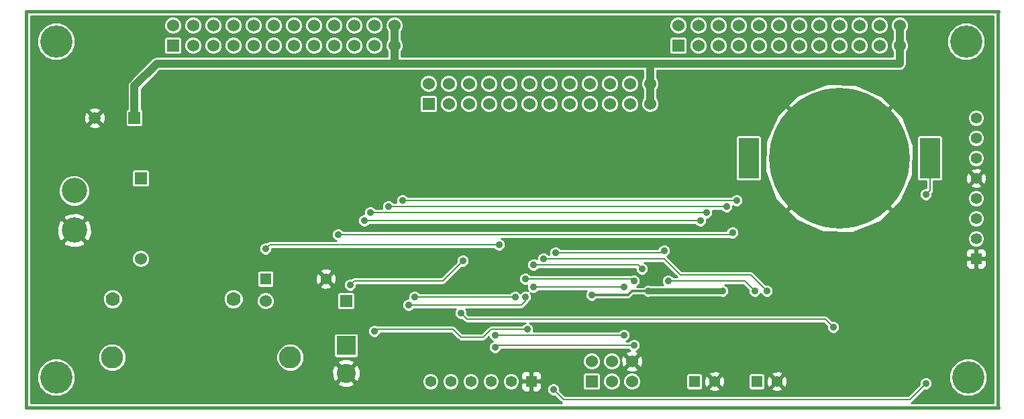
<source format=gbl>
G04 (created by PCBNEW-RS274X (2011-04-29 BZR 2986)-stable) date 8/30/2011 9:17:05 PM*
G01*
G70*
G90*
%MOIN*%
G04 Gerber Fmt 3.4, Leading zero omitted, Abs format*
%FSLAX34Y34*%
G04 APERTURE LIST*
%ADD10C,0.006000*%
%ADD11C,0.015000*%
%ADD12R,0.060000X0.060000*%
%ADD13C,0.060000*%
%ADD14R,0.056000X0.056000*%
%ADD15C,0.056000*%
%ADD16C,0.126000*%
%ADD17R,0.055000X0.055000*%
%ADD18C,0.055000*%
%ADD19C,0.070000*%
%ADD20C,0.700000*%
%ADD21R,0.100000X0.200000*%
%ADD22C,0.110200*%
%ADD23R,0.059100X0.059100*%
%ADD24C,0.059100*%
%ADD25R,0.094500X0.094500*%
%ADD26C,0.094500*%
%ADD27C,0.160000*%
%ADD28C,0.035000*%
%ADD29C,0.040000*%
%ADD30C,0.012000*%
%ADD31C,0.030000*%
%ADD32C,0.008000*%
%ADD33C,0.010000*%
G04 APERTURE END LIST*
G54D10*
G54D11*
X64600Y-25600D02*
X16300Y-25600D01*
X16300Y-05900D02*
X16300Y-06100D01*
X64600Y-05900D02*
X16300Y-05900D01*
X64567Y-25591D02*
X64567Y-05906D01*
X16312Y-05906D02*
X16312Y-25591D01*
G54D12*
X22000Y-14200D03*
G54D13*
X22000Y-18200D03*
G54D14*
X28200Y-19200D03*
G54D15*
X31200Y-19200D03*
G54D12*
X23600Y-07600D03*
G54D13*
X23600Y-06600D03*
X24600Y-07600D03*
X24600Y-06600D03*
X25600Y-07600D03*
X25600Y-06600D03*
X26600Y-07600D03*
X26600Y-06600D03*
X27600Y-07600D03*
X27600Y-06600D03*
X28600Y-07600D03*
X28600Y-06600D03*
X29600Y-07600D03*
X29600Y-06600D03*
X30600Y-07600D03*
X30600Y-06600D03*
X31600Y-07600D03*
X31600Y-06600D03*
X32600Y-07600D03*
X32600Y-06600D03*
X33600Y-07600D03*
X33600Y-06600D03*
X34600Y-07600D03*
X34600Y-06600D03*
G54D12*
X36300Y-10500D03*
G54D13*
X36300Y-09500D03*
X37300Y-10500D03*
X37300Y-09500D03*
X38300Y-10500D03*
X38300Y-09500D03*
X39300Y-10500D03*
X39300Y-09500D03*
X40300Y-10500D03*
X40300Y-09500D03*
X41300Y-10500D03*
X41300Y-09500D03*
X42300Y-10500D03*
X42300Y-09500D03*
X43300Y-10500D03*
X43300Y-09500D03*
X44300Y-10500D03*
X44300Y-09500D03*
X45300Y-10500D03*
X45300Y-09500D03*
X46300Y-10500D03*
X46300Y-09500D03*
X47300Y-10500D03*
X47300Y-09500D03*
G54D12*
X48700Y-07600D03*
G54D13*
X48700Y-06600D03*
X49700Y-07600D03*
X49700Y-06600D03*
X50700Y-07600D03*
X50700Y-06600D03*
X51700Y-07600D03*
X51700Y-06600D03*
X52700Y-07600D03*
X52700Y-06600D03*
X53700Y-07600D03*
X53700Y-06600D03*
X54700Y-07600D03*
X54700Y-06600D03*
X55700Y-07600D03*
X55700Y-06600D03*
X56700Y-07600D03*
X56700Y-06600D03*
X57700Y-07600D03*
X57700Y-06600D03*
X58700Y-07600D03*
X58700Y-06600D03*
X59700Y-07600D03*
X59700Y-06600D03*
G54D16*
X18700Y-14816D03*
X18700Y-16784D03*
G54D17*
X63500Y-18200D03*
G54D18*
X63500Y-17200D03*
X63500Y-16200D03*
X63500Y-15200D03*
X63500Y-14200D03*
X63500Y-13200D03*
X63500Y-12200D03*
X63500Y-11200D03*
G54D19*
X20600Y-20200D03*
X26600Y-20200D03*
G54D12*
X44400Y-24300D03*
G54D13*
X44400Y-23300D03*
X45400Y-24300D03*
X45400Y-23300D03*
X46400Y-24300D03*
X46400Y-23300D03*
G54D20*
X56700Y-13200D03*
G54D21*
X52200Y-13200D03*
X61200Y-13200D03*
G54D22*
X20571Y-23100D03*
X29429Y-23100D03*
G54D23*
X21684Y-11200D03*
G54D24*
X19716Y-11200D03*
G54D25*
X32200Y-22511D03*
G54D26*
X32200Y-23889D03*
G54D12*
X32200Y-20300D03*
G54D13*
X28200Y-20300D03*
G54D17*
X41400Y-24300D03*
G54D18*
X40400Y-24300D03*
X39400Y-24300D03*
X38400Y-24300D03*
X37400Y-24300D03*
X36400Y-24300D03*
G54D17*
X49500Y-24300D03*
G54D18*
X50500Y-24300D03*
G54D17*
X52600Y-24300D03*
G54D18*
X53600Y-24300D03*
G54D27*
X17800Y-07400D03*
X17800Y-24100D03*
X63000Y-07400D03*
X63100Y-24100D03*
G54D28*
X44400Y-20000D03*
X47200Y-19800D03*
X50900Y-19800D03*
X51600Y-15300D03*
X35000Y-15300D03*
X41200Y-21700D03*
X33600Y-21800D03*
X50100Y-15900D03*
X33400Y-15900D03*
X40600Y-20100D03*
X35600Y-20100D03*
X41100Y-20100D03*
X35300Y-20500D03*
X51100Y-15600D03*
X34300Y-15600D03*
X38000Y-18300D03*
X32400Y-19500D03*
X49800Y-16300D03*
X33100Y-16300D03*
X39800Y-17500D03*
X28200Y-17700D03*
X41500Y-18500D03*
X46900Y-18700D03*
X41100Y-19200D03*
X46500Y-19300D03*
X46500Y-22500D03*
X39600Y-22600D03*
X41500Y-19600D03*
X46000Y-19600D03*
X46000Y-22000D03*
X39600Y-22000D03*
X42500Y-24700D03*
X61000Y-24400D03*
X64100Y-19500D03*
X54700Y-17900D03*
X50400Y-18600D03*
X44400Y-18900D03*
X40500Y-19200D03*
X33700Y-16700D03*
X48300Y-22400D03*
X48300Y-20600D03*
X34100Y-19800D03*
X52400Y-17600D03*
X51300Y-22300D03*
X37200Y-22100D03*
X38800Y-21600D03*
X39000Y-18600D03*
X31800Y-17000D03*
X51400Y-16900D03*
X56400Y-21600D03*
X37900Y-20900D03*
X42000Y-18200D03*
X53100Y-19800D03*
X42600Y-17900D03*
X48000Y-17800D03*
X48200Y-19300D03*
X52500Y-19800D03*
X61000Y-15000D03*
G54D29*
X22800Y-08500D02*
X34600Y-08500D01*
X21684Y-11200D02*
X21684Y-09616D01*
X47300Y-09500D02*
X47300Y-10500D01*
X47300Y-08500D02*
X47300Y-09500D01*
X59700Y-07600D02*
X59700Y-06600D01*
X34600Y-08500D02*
X34600Y-07600D01*
X34600Y-08500D02*
X47300Y-08500D01*
X59700Y-08500D02*
X59700Y-07600D01*
X34600Y-07600D02*
X34600Y-06600D01*
X47300Y-08500D02*
X59700Y-08500D01*
X21684Y-09616D02*
X22800Y-08500D01*
G54D30*
X47200Y-19800D02*
X46400Y-19800D01*
X46200Y-20000D02*
X44400Y-20000D01*
X46400Y-19800D02*
X46200Y-20000D01*
G54D31*
X47200Y-19800D02*
X50900Y-19800D01*
G54D32*
X36500Y-15300D02*
X51600Y-15300D01*
X35000Y-15300D02*
X36500Y-15300D01*
X39400Y-21700D02*
X41200Y-21700D01*
X39000Y-22100D02*
X39400Y-21700D01*
X37900Y-22100D02*
X39000Y-22100D01*
X37500Y-21700D02*
X37900Y-22100D01*
X33700Y-21700D02*
X37500Y-21700D01*
X33600Y-21800D02*
X33700Y-21700D01*
X33400Y-15900D02*
X50100Y-15900D01*
X35600Y-20100D02*
X40600Y-20100D01*
X41100Y-20300D02*
X41100Y-20100D01*
X40900Y-20500D02*
X41100Y-20300D01*
X35300Y-20500D02*
X40900Y-20500D01*
X34300Y-15600D02*
X51100Y-15600D01*
X37000Y-19300D02*
X38000Y-18300D01*
X32600Y-19300D02*
X37000Y-19300D01*
X32400Y-19500D02*
X32600Y-19300D01*
X33100Y-16300D02*
X49800Y-16300D01*
X28400Y-17500D02*
X39800Y-17500D01*
X28200Y-17700D02*
X28400Y-17500D01*
X46700Y-18500D02*
X41500Y-18500D01*
X46900Y-18700D02*
X46700Y-18500D01*
X46400Y-19200D02*
X41100Y-19200D01*
X46500Y-19300D02*
X46400Y-19200D01*
X39700Y-22500D02*
X46500Y-22500D01*
X39600Y-22600D02*
X39700Y-22500D01*
X46000Y-19600D02*
X41500Y-19600D01*
X39600Y-22000D02*
X46000Y-22000D01*
X60200Y-25200D02*
X61000Y-24400D01*
X42500Y-24700D02*
X43000Y-25200D01*
X43000Y-25200D02*
X60200Y-25200D01*
X51300Y-17000D02*
X31800Y-17000D01*
X51400Y-16900D02*
X51300Y-17000D01*
X56000Y-21200D02*
X56400Y-21600D01*
X38200Y-21200D02*
X56000Y-21200D01*
X37900Y-20900D02*
X38200Y-21200D01*
X48000Y-18200D02*
X42000Y-18200D01*
X48800Y-19000D02*
X48000Y-18200D01*
X52300Y-19000D02*
X48800Y-19000D01*
X53100Y-19800D02*
X52300Y-19000D01*
X47900Y-17900D02*
X42600Y-17900D01*
X48000Y-17800D02*
X47900Y-17900D01*
X52000Y-19300D02*
X48200Y-19300D01*
X52500Y-19800D02*
X52000Y-19300D01*
X61200Y-14800D02*
X61200Y-13200D01*
X61000Y-15000D02*
X61200Y-14800D01*
G54D10*
G36*
X64342Y-25375D02*
X64050Y-25375D01*
X64050Y-24290D01*
X64050Y-23912D01*
X64025Y-23851D01*
X64025Y-18312D01*
X64025Y-18088D01*
X64024Y-17876D01*
X64019Y-17863D01*
X64019Y-14274D01*
X64008Y-14070D01*
X63952Y-13933D01*
X63950Y-13932D01*
X63950Y-07590D01*
X63950Y-07212D01*
X63806Y-06863D01*
X63539Y-06595D01*
X63190Y-06450D01*
X62812Y-06450D01*
X62463Y-06594D01*
X62195Y-06861D01*
X62050Y-07210D01*
X62050Y-07588D01*
X62194Y-07937D01*
X62461Y-08205D01*
X62810Y-08350D01*
X63188Y-08350D01*
X63537Y-08206D01*
X63805Y-07939D01*
X63950Y-07590D01*
X63950Y-13932D01*
X63925Y-13926D01*
X63925Y-13285D01*
X63925Y-13116D01*
X63925Y-12285D01*
X63925Y-12116D01*
X63925Y-11285D01*
X63925Y-11116D01*
X63861Y-10960D01*
X63741Y-10840D01*
X63585Y-10775D01*
X63416Y-10775D01*
X63260Y-10839D01*
X63140Y-10959D01*
X63075Y-11115D01*
X63075Y-11284D01*
X63139Y-11440D01*
X63259Y-11560D01*
X63415Y-11625D01*
X63584Y-11625D01*
X63740Y-11561D01*
X63860Y-11441D01*
X63925Y-11285D01*
X63925Y-12116D01*
X63861Y-11960D01*
X63741Y-11840D01*
X63585Y-11775D01*
X63416Y-11775D01*
X63260Y-11839D01*
X63140Y-11959D01*
X63075Y-12115D01*
X63075Y-12284D01*
X63139Y-12440D01*
X63259Y-12560D01*
X63415Y-12625D01*
X63584Y-12625D01*
X63740Y-12561D01*
X63860Y-12441D01*
X63925Y-12285D01*
X63925Y-13116D01*
X63861Y-12960D01*
X63741Y-12840D01*
X63585Y-12775D01*
X63416Y-12775D01*
X63260Y-12839D01*
X63140Y-12959D01*
X63075Y-13115D01*
X63075Y-13284D01*
X63139Y-13440D01*
X63259Y-13560D01*
X63415Y-13625D01*
X63584Y-13625D01*
X63740Y-13561D01*
X63860Y-13441D01*
X63925Y-13285D01*
X63925Y-13926D01*
X63861Y-13910D01*
X63790Y-13981D01*
X63790Y-13839D01*
X63767Y-13748D01*
X63574Y-13681D01*
X63370Y-13692D01*
X63233Y-13748D01*
X63210Y-13839D01*
X63500Y-14129D01*
X63790Y-13839D01*
X63790Y-13981D01*
X63571Y-14200D01*
X63861Y-14490D01*
X63952Y-14467D01*
X64019Y-14274D01*
X64019Y-17863D01*
X63986Y-17784D01*
X63925Y-17723D01*
X63925Y-17285D01*
X63925Y-17116D01*
X63925Y-16285D01*
X63925Y-16116D01*
X63925Y-15285D01*
X63925Y-15116D01*
X63861Y-14960D01*
X63790Y-14889D01*
X63790Y-14561D01*
X63500Y-14271D01*
X63429Y-14342D01*
X63429Y-14200D01*
X63139Y-13910D01*
X63048Y-13933D01*
X62981Y-14126D01*
X62992Y-14330D01*
X63048Y-14467D01*
X63139Y-14490D01*
X63429Y-14200D01*
X63429Y-14342D01*
X63210Y-14561D01*
X63233Y-14652D01*
X63426Y-14719D01*
X63630Y-14708D01*
X63767Y-14652D01*
X63790Y-14561D01*
X63790Y-14889D01*
X63741Y-14840D01*
X63585Y-14775D01*
X63416Y-14775D01*
X63260Y-14839D01*
X63140Y-14959D01*
X63075Y-15115D01*
X63075Y-15284D01*
X63139Y-15440D01*
X63259Y-15560D01*
X63415Y-15625D01*
X63584Y-15625D01*
X63740Y-15561D01*
X63860Y-15441D01*
X63925Y-15285D01*
X63925Y-16116D01*
X63861Y-15960D01*
X63741Y-15840D01*
X63585Y-15775D01*
X63416Y-15775D01*
X63260Y-15839D01*
X63140Y-15959D01*
X63075Y-16115D01*
X63075Y-16284D01*
X63139Y-16440D01*
X63259Y-16560D01*
X63415Y-16625D01*
X63584Y-16625D01*
X63740Y-16561D01*
X63860Y-16441D01*
X63925Y-16285D01*
X63925Y-17116D01*
X63861Y-16960D01*
X63741Y-16840D01*
X63585Y-16775D01*
X63416Y-16775D01*
X63260Y-16839D01*
X63140Y-16959D01*
X63075Y-17115D01*
X63075Y-17284D01*
X63139Y-17440D01*
X63259Y-17560D01*
X63415Y-17625D01*
X63584Y-17625D01*
X63740Y-17561D01*
X63860Y-17441D01*
X63925Y-17285D01*
X63925Y-17723D01*
X63916Y-17714D01*
X63825Y-17676D01*
X63726Y-17676D01*
X63612Y-17675D01*
X63550Y-17737D01*
X63550Y-18150D01*
X63963Y-18150D01*
X64025Y-18088D01*
X64025Y-18312D01*
X63963Y-18250D01*
X63550Y-18250D01*
X63550Y-18663D01*
X63612Y-18725D01*
X63726Y-18724D01*
X63825Y-18724D01*
X63916Y-18686D01*
X63986Y-18616D01*
X64024Y-18524D01*
X64025Y-18312D01*
X64025Y-23851D01*
X63906Y-23563D01*
X63639Y-23295D01*
X63450Y-23216D01*
X63450Y-18663D01*
X63450Y-18250D01*
X63450Y-18150D01*
X63450Y-17737D01*
X63388Y-17675D01*
X63274Y-17676D01*
X63175Y-17676D01*
X63084Y-17714D01*
X63014Y-17784D01*
X62976Y-17876D01*
X62975Y-18088D01*
X63037Y-18150D01*
X63450Y-18150D01*
X63450Y-18250D01*
X63037Y-18250D01*
X62975Y-18312D01*
X62976Y-18524D01*
X63014Y-18616D01*
X63084Y-18686D01*
X63175Y-18724D01*
X63274Y-18724D01*
X63388Y-18725D01*
X63450Y-18663D01*
X63450Y-23216D01*
X63290Y-23150D01*
X62912Y-23150D01*
X62563Y-23294D01*
X62295Y-23561D01*
X62150Y-23910D01*
X62150Y-24288D01*
X62294Y-24637D01*
X62561Y-24905D01*
X62910Y-25050D01*
X63288Y-25050D01*
X63637Y-24906D01*
X63905Y-24639D01*
X64050Y-24290D01*
X64050Y-25375D01*
X61849Y-25375D01*
X61849Y-14229D01*
X61849Y-14170D01*
X61849Y-12170D01*
X61826Y-12115D01*
X61784Y-12073D01*
X61729Y-12051D01*
X61670Y-12051D01*
X60670Y-12051D01*
X60615Y-12074D01*
X60573Y-12116D01*
X60551Y-12171D01*
X60551Y-12230D01*
X60551Y-14230D01*
X60574Y-14285D01*
X60616Y-14327D01*
X60671Y-14349D01*
X60730Y-14349D01*
X61010Y-14349D01*
X61010Y-14675D01*
X60936Y-14675D01*
X60816Y-14724D01*
X60725Y-14815D01*
X60675Y-14935D01*
X60675Y-15064D01*
X60724Y-15184D01*
X60815Y-15275D01*
X60935Y-15325D01*
X61064Y-15325D01*
X61184Y-15276D01*
X61275Y-15185D01*
X61325Y-15065D01*
X61325Y-14943D01*
X61334Y-14935D01*
X61334Y-14934D01*
X61350Y-14909D01*
X61375Y-14873D01*
X61376Y-14873D01*
X61389Y-14801D01*
X61390Y-14800D01*
X61390Y-14349D01*
X61730Y-14349D01*
X61785Y-14326D01*
X61827Y-14284D01*
X61849Y-14229D01*
X61849Y-25375D01*
X60274Y-25375D01*
X60334Y-25334D01*
X60943Y-24725D01*
X61064Y-24725D01*
X61184Y-24676D01*
X61275Y-24585D01*
X61325Y-24465D01*
X61325Y-24336D01*
X61276Y-24216D01*
X61185Y-24125D01*
X61065Y-24075D01*
X60936Y-24075D01*
X60816Y-24124D01*
X60725Y-24215D01*
X60675Y-24335D01*
X60675Y-24456D01*
X60395Y-24736D01*
X60395Y-12564D01*
X60149Y-11922D01*
X60149Y-07690D01*
X60149Y-07511D01*
X60081Y-07346D01*
X60050Y-07315D01*
X60050Y-06885D01*
X60080Y-06855D01*
X60149Y-06690D01*
X60149Y-06511D01*
X60081Y-06346D01*
X59955Y-06220D01*
X59790Y-06151D01*
X59611Y-06151D01*
X59446Y-06219D01*
X59320Y-06345D01*
X59251Y-06510D01*
X59251Y-06689D01*
X59319Y-06854D01*
X59350Y-06885D01*
X59350Y-07315D01*
X59320Y-07345D01*
X59251Y-07510D01*
X59251Y-07689D01*
X59319Y-07854D01*
X59350Y-07885D01*
X59350Y-08150D01*
X59149Y-08150D01*
X59149Y-07690D01*
X59149Y-07511D01*
X59149Y-06690D01*
X59149Y-06511D01*
X59081Y-06346D01*
X58955Y-06220D01*
X58790Y-06151D01*
X58611Y-06151D01*
X58446Y-06219D01*
X58320Y-06345D01*
X58251Y-06510D01*
X58251Y-06689D01*
X58319Y-06854D01*
X58445Y-06980D01*
X58610Y-07049D01*
X58789Y-07049D01*
X58954Y-06981D01*
X59080Y-06855D01*
X59149Y-06690D01*
X59149Y-07511D01*
X59081Y-07346D01*
X58955Y-07220D01*
X58790Y-07151D01*
X58611Y-07151D01*
X58446Y-07219D01*
X58320Y-07345D01*
X58251Y-07510D01*
X58251Y-07689D01*
X58319Y-07854D01*
X58445Y-07980D01*
X58610Y-08049D01*
X58789Y-08049D01*
X58954Y-07981D01*
X59080Y-07855D01*
X59149Y-07690D01*
X59149Y-08150D01*
X58149Y-08150D01*
X58149Y-07690D01*
X58149Y-07511D01*
X58149Y-06690D01*
X58149Y-06511D01*
X58081Y-06346D01*
X57955Y-06220D01*
X57790Y-06151D01*
X57611Y-06151D01*
X57446Y-06219D01*
X57320Y-06345D01*
X57251Y-06510D01*
X57251Y-06689D01*
X57319Y-06854D01*
X57445Y-06980D01*
X57610Y-07049D01*
X57789Y-07049D01*
X57954Y-06981D01*
X58080Y-06855D01*
X58149Y-06690D01*
X58149Y-07511D01*
X58081Y-07346D01*
X57955Y-07220D01*
X57790Y-07151D01*
X57611Y-07151D01*
X57446Y-07219D01*
X57320Y-07345D01*
X57251Y-07510D01*
X57251Y-07689D01*
X57319Y-07854D01*
X57445Y-07980D01*
X57610Y-08049D01*
X57789Y-08049D01*
X57954Y-07981D01*
X58080Y-07855D01*
X58149Y-07690D01*
X58149Y-08150D01*
X57149Y-08150D01*
X57149Y-07690D01*
X57149Y-07511D01*
X57149Y-06690D01*
X57149Y-06511D01*
X57081Y-06346D01*
X56955Y-06220D01*
X56790Y-06151D01*
X56611Y-06151D01*
X56446Y-06219D01*
X56320Y-06345D01*
X56251Y-06510D01*
X56251Y-06689D01*
X56319Y-06854D01*
X56445Y-06980D01*
X56610Y-07049D01*
X56789Y-07049D01*
X56954Y-06981D01*
X57080Y-06855D01*
X57149Y-06690D01*
X57149Y-07511D01*
X57081Y-07346D01*
X56955Y-07220D01*
X56790Y-07151D01*
X56611Y-07151D01*
X56446Y-07219D01*
X56320Y-07345D01*
X56251Y-07510D01*
X56251Y-07689D01*
X56319Y-07854D01*
X56445Y-07980D01*
X56610Y-08049D01*
X56789Y-08049D01*
X56954Y-07981D01*
X57080Y-07855D01*
X57149Y-07690D01*
X57149Y-08150D01*
X56149Y-08150D01*
X56149Y-07690D01*
X56149Y-07511D01*
X56149Y-06690D01*
X56149Y-06511D01*
X56081Y-06346D01*
X55955Y-06220D01*
X55790Y-06151D01*
X55611Y-06151D01*
X55446Y-06219D01*
X55320Y-06345D01*
X55251Y-06510D01*
X55251Y-06689D01*
X55319Y-06854D01*
X55445Y-06980D01*
X55610Y-07049D01*
X55789Y-07049D01*
X55954Y-06981D01*
X56080Y-06855D01*
X56149Y-06690D01*
X56149Y-07511D01*
X56081Y-07346D01*
X55955Y-07220D01*
X55790Y-07151D01*
X55611Y-07151D01*
X55446Y-07219D01*
X55320Y-07345D01*
X55251Y-07510D01*
X55251Y-07689D01*
X55319Y-07854D01*
X55445Y-07980D01*
X55610Y-08049D01*
X55789Y-08049D01*
X55954Y-07981D01*
X56080Y-07855D01*
X56149Y-07690D01*
X56149Y-08150D01*
X55149Y-08150D01*
X55149Y-07690D01*
X55149Y-07511D01*
X55149Y-06690D01*
X55149Y-06511D01*
X55081Y-06346D01*
X54955Y-06220D01*
X54790Y-06151D01*
X54611Y-06151D01*
X54446Y-06219D01*
X54320Y-06345D01*
X54251Y-06510D01*
X54251Y-06689D01*
X54319Y-06854D01*
X54445Y-06980D01*
X54610Y-07049D01*
X54789Y-07049D01*
X54954Y-06981D01*
X55080Y-06855D01*
X55149Y-06690D01*
X55149Y-07511D01*
X55081Y-07346D01*
X54955Y-07220D01*
X54790Y-07151D01*
X54611Y-07151D01*
X54446Y-07219D01*
X54320Y-07345D01*
X54251Y-07510D01*
X54251Y-07689D01*
X54319Y-07854D01*
X54445Y-07980D01*
X54610Y-08049D01*
X54789Y-08049D01*
X54954Y-07981D01*
X55080Y-07855D01*
X55149Y-07690D01*
X55149Y-08150D01*
X54149Y-08150D01*
X54149Y-07690D01*
X54149Y-07511D01*
X54149Y-06690D01*
X54149Y-06511D01*
X54081Y-06346D01*
X53955Y-06220D01*
X53790Y-06151D01*
X53611Y-06151D01*
X53446Y-06219D01*
X53320Y-06345D01*
X53251Y-06510D01*
X53251Y-06689D01*
X53319Y-06854D01*
X53445Y-06980D01*
X53610Y-07049D01*
X53789Y-07049D01*
X53954Y-06981D01*
X54080Y-06855D01*
X54149Y-06690D01*
X54149Y-07511D01*
X54081Y-07346D01*
X53955Y-07220D01*
X53790Y-07151D01*
X53611Y-07151D01*
X53446Y-07219D01*
X53320Y-07345D01*
X53251Y-07510D01*
X53251Y-07689D01*
X53319Y-07854D01*
X53445Y-07980D01*
X53610Y-08049D01*
X53789Y-08049D01*
X53954Y-07981D01*
X54080Y-07855D01*
X54149Y-07690D01*
X54149Y-08150D01*
X53149Y-08150D01*
X53149Y-07690D01*
X53149Y-07511D01*
X53149Y-06690D01*
X53149Y-06511D01*
X53081Y-06346D01*
X52955Y-06220D01*
X52790Y-06151D01*
X52611Y-06151D01*
X52446Y-06219D01*
X52320Y-06345D01*
X52251Y-06510D01*
X52251Y-06689D01*
X52319Y-06854D01*
X52445Y-06980D01*
X52610Y-07049D01*
X52789Y-07049D01*
X52954Y-06981D01*
X53080Y-06855D01*
X53149Y-06690D01*
X53149Y-07511D01*
X53081Y-07346D01*
X52955Y-07220D01*
X52790Y-07151D01*
X52611Y-07151D01*
X52446Y-07219D01*
X52320Y-07345D01*
X52251Y-07510D01*
X52251Y-07689D01*
X52319Y-07854D01*
X52445Y-07980D01*
X52610Y-08049D01*
X52789Y-08049D01*
X52954Y-07981D01*
X53080Y-07855D01*
X53149Y-07690D01*
X53149Y-08150D01*
X52149Y-08150D01*
X52149Y-07690D01*
X52149Y-07511D01*
X52149Y-06690D01*
X52149Y-06511D01*
X52081Y-06346D01*
X51955Y-06220D01*
X51790Y-06151D01*
X51611Y-06151D01*
X51446Y-06219D01*
X51320Y-06345D01*
X51251Y-06510D01*
X51251Y-06689D01*
X51319Y-06854D01*
X51445Y-06980D01*
X51610Y-07049D01*
X51789Y-07049D01*
X51954Y-06981D01*
X52080Y-06855D01*
X52149Y-06690D01*
X52149Y-07511D01*
X52081Y-07346D01*
X51955Y-07220D01*
X51790Y-07151D01*
X51611Y-07151D01*
X51446Y-07219D01*
X51320Y-07345D01*
X51251Y-07510D01*
X51251Y-07689D01*
X51319Y-07854D01*
X51445Y-07980D01*
X51610Y-08049D01*
X51789Y-08049D01*
X51954Y-07981D01*
X52080Y-07855D01*
X52149Y-07690D01*
X52149Y-08150D01*
X51149Y-08150D01*
X51149Y-07690D01*
X51149Y-07511D01*
X51149Y-06690D01*
X51149Y-06511D01*
X51081Y-06346D01*
X50955Y-06220D01*
X50790Y-06151D01*
X50611Y-06151D01*
X50446Y-06219D01*
X50320Y-06345D01*
X50251Y-06510D01*
X50251Y-06689D01*
X50319Y-06854D01*
X50445Y-06980D01*
X50610Y-07049D01*
X50789Y-07049D01*
X50954Y-06981D01*
X51080Y-06855D01*
X51149Y-06690D01*
X51149Y-07511D01*
X51081Y-07346D01*
X50955Y-07220D01*
X50790Y-07151D01*
X50611Y-07151D01*
X50446Y-07219D01*
X50320Y-07345D01*
X50251Y-07510D01*
X50251Y-07689D01*
X50319Y-07854D01*
X50445Y-07980D01*
X50610Y-08049D01*
X50789Y-08049D01*
X50954Y-07981D01*
X51080Y-07855D01*
X51149Y-07690D01*
X51149Y-08150D01*
X50149Y-08150D01*
X50149Y-07690D01*
X50149Y-07511D01*
X50149Y-06690D01*
X50149Y-06511D01*
X50081Y-06346D01*
X49955Y-06220D01*
X49790Y-06151D01*
X49611Y-06151D01*
X49446Y-06219D01*
X49320Y-06345D01*
X49251Y-06510D01*
X49251Y-06689D01*
X49319Y-06854D01*
X49445Y-06980D01*
X49610Y-07049D01*
X49789Y-07049D01*
X49954Y-06981D01*
X50080Y-06855D01*
X50149Y-06690D01*
X50149Y-07511D01*
X50081Y-07346D01*
X49955Y-07220D01*
X49790Y-07151D01*
X49611Y-07151D01*
X49446Y-07219D01*
X49320Y-07345D01*
X49251Y-07510D01*
X49251Y-07689D01*
X49319Y-07854D01*
X49445Y-07980D01*
X49610Y-08049D01*
X49789Y-08049D01*
X49954Y-07981D01*
X50080Y-07855D01*
X50149Y-07690D01*
X50149Y-08150D01*
X49149Y-08150D01*
X49149Y-07929D01*
X49149Y-07870D01*
X49149Y-07270D01*
X49149Y-06690D01*
X49149Y-06511D01*
X49081Y-06346D01*
X48955Y-06220D01*
X48790Y-06151D01*
X48611Y-06151D01*
X48446Y-06219D01*
X48320Y-06345D01*
X48251Y-06510D01*
X48251Y-06689D01*
X48319Y-06854D01*
X48445Y-06980D01*
X48610Y-07049D01*
X48789Y-07049D01*
X48954Y-06981D01*
X49080Y-06855D01*
X49149Y-06690D01*
X49149Y-07270D01*
X49126Y-07215D01*
X49084Y-07173D01*
X49029Y-07151D01*
X48970Y-07151D01*
X48370Y-07151D01*
X48315Y-07174D01*
X48273Y-07216D01*
X48251Y-07271D01*
X48251Y-07330D01*
X48251Y-07930D01*
X48274Y-07985D01*
X48316Y-08027D01*
X48371Y-08049D01*
X48430Y-08049D01*
X49030Y-08049D01*
X49085Y-08026D01*
X49127Y-07984D01*
X49149Y-07929D01*
X49149Y-08150D01*
X47300Y-08150D01*
X34950Y-08150D01*
X34950Y-07885D01*
X34980Y-07855D01*
X35049Y-07690D01*
X35049Y-07511D01*
X34981Y-07346D01*
X34950Y-07315D01*
X34950Y-06885D01*
X34980Y-06855D01*
X35049Y-06690D01*
X35049Y-06511D01*
X34981Y-06346D01*
X34855Y-06220D01*
X34690Y-06151D01*
X34511Y-06151D01*
X34346Y-06219D01*
X34220Y-06345D01*
X34151Y-06510D01*
X34151Y-06689D01*
X34219Y-06854D01*
X34250Y-06885D01*
X34250Y-07315D01*
X34220Y-07345D01*
X34151Y-07510D01*
X34151Y-07689D01*
X34219Y-07854D01*
X34250Y-07885D01*
X34250Y-08150D01*
X34049Y-08150D01*
X34049Y-07690D01*
X34049Y-07511D01*
X34049Y-06690D01*
X34049Y-06511D01*
X33981Y-06346D01*
X33855Y-06220D01*
X33690Y-06151D01*
X33511Y-06151D01*
X33346Y-06219D01*
X33220Y-06345D01*
X33151Y-06510D01*
X33151Y-06689D01*
X33219Y-06854D01*
X33345Y-06980D01*
X33510Y-07049D01*
X33689Y-07049D01*
X33854Y-06981D01*
X33980Y-06855D01*
X34049Y-06690D01*
X34049Y-07511D01*
X33981Y-07346D01*
X33855Y-07220D01*
X33690Y-07151D01*
X33511Y-07151D01*
X33346Y-07219D01*
X33220Y-07345D01*
X33151Y-07510D01*
X33151Y-07689D01*
X33219Y-07854D01*
X33345Y-07980D01*
X33510Y-08049D01*
X33689Y-08049D01*
X33854Y-07981D01*
X33980Y-07855D01*
X34049Y-07690D01*
X34049Y-08150D01*
X33049Y-08150D01*
X33049Y-07690D01*
X33049Y-07511D01*
X33049Y-06690D01*
X33049Y-06511D01*
X32981Y-06346D01*
X32855Y-06220D01*
X32690Y-06151D01*
X32511Y-06151D01*
X32346Y-06219D01*
X32220Y-06345D01*
X32151Y-06510D01*
X32151Y-06689D01*
X32219Y-06854D01*
X32345Y-06980D01*
X32510Y-07049D01*
X32689Y-07049D01*
X32854Y-06981D01*
X32980Y-06855D01*
X33049Y-06690D01*
X33049Y-07511D01*
X32981Y-07346D01*
X32855Y-07220D01*
X32690Y-07151D01*
X32511Y-07151D01*
X32346Y-07219D01*
X32220Y-07345D01*
X32151Y-07510D01*
X32151Y-07689D01*
X32219Y-07854D01*
X32345Y-07980D01*
X32510Y-08049D01*
X32689Y-08049D01*
X32854Y-07981D01*
X32980Y-07855D01*
X33049Y-07690D01*
X33049Y-08150D01*
X32049Y-08150D01*
X32049Y-07690D01*
X32049Y-07511D01*
X32049Y-06690D01*
X32049Y-06511D01*
X31981Y-06346D01*
X31855Y-06220D01*
X31690Y-06151D01*
X31511Y-06151D01*
X31346Y-06219D01*
X31220Y-06345D01*
X31151Y-06510D01*
X31151Y-06689D01*
X31219Y-06854D01*
X31345Y-06980D01*
X31510Y-07049D01*
X31689Y-07049D01*
X31854Y-06981D01*
X31980Y-06855D01*
X32049Y-06690D01*
X32049Y-07511D01*
X31981Y-07346D01*
X31855Y-07220D01*
X31690Y-07151D01*
X31511Y-07151D01*
X31346Y-07219D01*
X31220Y-07345D01*
X31151Y-07510D01*
X31151Y-07689D01*
X31219Y-07854D01*
X31345Y-07980D01*
X31510Y-08049D01*
X31689Y-08049D01*
X31854Y-07981D01*
X31980Y-07855D01*
X32049Y-07690D01*
X32049Y-08150D01*
X31049Y-08150D01*
X31049Y-07690D01*
X31049Y-07511D01*
X31049Y-06690D01*
X31049Y-06511D01*
X30981Y-06346D01*
X30855Y-06220D01*
X30690Y-06151D01*
X30511Y-06151D01*
X30346Y-06219D01*
X30220Y-06345D01*
X30151Y-06510D01*
X30151Y-06689D01*
X30219Y-06854D01*
X30345Y-06980D01*
X30510Y-07049D01*
X30689Y-07049D01*
X30854Y-06981D01*
X30980Y-06855D01*
X31049Y-06690D01*
X31049Y-07511D01*
X30981Y-07346D01*
X30855Y-07220D01*
X30690Y-07151D01*
X30511Y-07151D01*
X30346Y-07219D01*
X30220Y-07345D01*
X30151Y-07510D01*
X30151Y-07689D01*
X30219Y-07854D01*
X30345Y-07980D01*
X30510Y-08049D01*
X30689Y-08049D01*
X30854Y-07981D01*
X30980Y-07855D01*
X31049Y-07690D01*
X31049Y-08150D01*
X30049Y-08150D01*
X30049Y-07690D01*
X30049Y-07511D01*
X30049Y-06690D01*
X30049Y-06511D01*
X29981Y-06346D01*
X29855Y-06220D01*
X29690Y-06151D01*
X29511Y-06151D01*
X29346Y-06219D01*
X29220Y-06345D01*
X29151Y-06510D01*
X29151Y-06689D01*
X29219Y-06854D01*
X29345Y-06980D01*
X29510Y-07049D01*
X29689Y-07049D01*
X29854Y-06981D01*
X29980Y-06855D01*
X30049Y-06690D01*
X30049Y-07511D01*
X29981Y-07346D01*
X29855Y-07220D01*
X29690Y-07151D01*
X29511Y-07151D01*
X29346Y-07219D01*
X29220Y-07345D01*
X29151Y-07510D01*
X29151Y-07689D01*
X29219Y-07854D01*
X29345Y-07980D01*
X29510Y-08049D01*
X29689Y-08049D01*
X29854Y-07981D01*
X29980Y-07855D01*
X30049Y-07690D01*
X30049Y-08150D01*
X29049Y-08150D01*
X29049Y-07690D01*
X29049Y-07511D01*
X29049Y-06690D01*
X29049Y-06511D01*
X28981Y-06346D01*
X28855Y-06220D01*
X28690Y-06151D01*
X28511Y-06151D01*
X28346Y-06219D01*
X28220Y-06345D01*
X28151Y-06510D01*
X28151Y-06689D01*
X28219Y-06854D01*
X28345Y-06980D01*
X28510Y-07049D01*
X28689Y-07049D01*
X28854Y-06981D01*
X28980Y-06855D01*
X29049Y-06690D01*
X29049Y-07511D01*
X28981Y-07346D01*
X28855Y-07220D01*
X28690Y-07151D01*
X28511Y-07151D01*
X28346Y-07219D01*
X28220Y-07345D01*
X28151Y-07510D01*
X28151Y-07689D01*
X28219Y-07854D01*
X28345Y-07980D01*
X28510Y-08049D01*
X28689Y-08049D01*
X28854Y-07981D01*
X28980Y-07855D01*
X29049Y-07690D01*
X29049Y-08150D01*
X28049Y-08150D01*
X28049Y-07690D01*
X28049Y-07511D01*
X28049Y-06690D01*
X28049Y-06511D01*
X27981Y-06346D01*
X27855Y-06220D01*
X27690Y-06151D01*
X27511Y-06151D01*
X27346Y-06219D01*
X27220Y-06345D01*
X27151Y-06510D01*
X27151Y-06689D01*
X27219Y-06854D01*
X27345Y-06980D01*
X27510Y-07049D01*
X27689Y-07049D01*
X27854Y-06981D01*
X27980Y-06855D01*
X28049Y-06690D01*
X28049Y-07511D01*
X27981Y-07346D01*
X27855Y-07220D01*
X27690Y-07151D01*
X27511Y-07151D01*
X27346Y-07219D01*
X27220Y-07345D01*
X27151Y-07510D01*
X27151Y-07689D01*
X27219Y-07854D01*
X27345Y-07980D01*
X27510Y-08049D01*
X27689Y-08049D01*
X27854Y-07981D01*
X27980Y-07855D01*
X28049Y-07690D01*
X28049Y-08150D01*
X27049Y-08150D01*
X27049Y-07690D01*
X27049Y-07511D01*
X27049Y-06690D01*
X27049Y-06511D01*
X26981Y-06346D01*
X26855Y-06220D01*
X26690Y-06151D01*
X26511Y-06151D01*
X26346Y-06219D01*
X26220Y-06345D01*
X26151Y-06510D01*
X26151Y-06689D01*
X26219Y-06854D01*
X26345Y-06980D01*
X26510Y-07049D01*
X26689Y-07049D01*
X26854Y-06981D01*
X26980Y-06855D01*
X27049Y-06690D01*
X27049Y-07511D01*
X26981Y-07346D01*
X26855Y-07220D01*
X26690Y-07151D01*
X26511Y-07151D01*
X26346Y-07219D01*
X26220Y-07345D01*
X26151Y-07510D01*
X26151Y-07689D01*
X26219Y-07854D01*
X26345Y-07980D01*
X26510Y-08049D01*
X26689Y-08049D01*
X26854Y-07981D01*
X26980Y-07855D01*
X27049Y-07690D01*
X27049Y-08150D01*
X26049Y-08150D01*
X26049Y-07690D01*
X26049Y-07511D01*
X26049Y-06690D01*
X26049Y-06511D01*
X25981Y-06346D01*
X25855Y-06220D01*
X25690Y-06151D01*
X25511Y-06151D01*
X25346Y-06219D01*
X25220Y-06345D01*
X25151Y-06510D01*
X25151Y-06689D01*
X25219Y-06854D01*
X25345Y-06980D01*
X25510Y-07049D01*
X25689Y-07049D01*
X25854Y-06981D01*
X25980Y-06855D01*
X26049Y-06690D01*
X26049Y-07511D01*
X25981Y-07346D01*
X25855Y-07220D01*
X25690Y-07151D01*
X25511Y-07151D01*
X25346Y-07219D01*
X25220Y-07345D01*
X25151Y-07510D01*
X25151Y-07689D01*
X25219Y-07854D01*
X25345Y-07980D01*
X25510Y-08049D01*
X25689Y-08049D01*
X25854Y-07981D01*
X25980Y-07855D01*
X26049Y-07690D01*
X26049Y-08150D01*
X25049Y-08150D01*
X25049Y-07690D01*
X25049Y-07511D01*
X25049Y-06690D01*
X25049Y-06511D01*
X24981Y-06346D01*
X24855Y-06220D01*
X24690Y-06151D01*
X24511Y-06151D01*
X24346Y-06219D01*
X24220Y-06345D01*
X24151Y-06510D01*
X24151Y-06689D01*
X24219Y-06854D01*
X24345Y-06980D01*
X24510Y-07049D01*
X24689Y-07049D01*
X24854Y-06981D01*
X24980Y-06855D01*
X25049Y-06690D01*
X25049Y-07511D01*
X24981Y-07346D01*
X24855Y-07220D01*
X24690Y-07151D01*
X24511Y-07151D01*
X24346Y-07219D01*
X24220Y-07345D01*
X24151Y-07510D01*
X24151Y-07689D01*
X24219Y-07854D01*
X24345Y-07980D01*
X24510Y-08049D01*
X24689Y-08049D01*
X24854Y-07981D01*
X24980Y-07855D01*
X25049Y-07690D01*
X25049Y-08150D01*
X24049Y-08150D01*
X24049Y-07929D01*
X24049Y-07870D01*
X24049Y-07270D01*
X24049Y-06690D01*
X24049Y-06511D01*
X23981Y-06346D01*
X23855Y-06220D01*
X23690Y-06151D01*
X23511Y-06151D01*
X23346Y-06219D01*
X23220Y-06345D01*
X23151Y-06510D01*
X23151Y-06689D01*
X23219Y-06854D01*
X23345Y-06980D01*
X23510Y-07049D01*
X23689Y-07049D01*
X23854Y-06981D01*
X23980Y-06855D01*
X24049Y-06690D01*
X24049Y-07270D01*
X24026Y-07215D01*
X23984Y-07173D01*
X23929Y-07151D01*
X23870Y-07151D01*
X23270Y-07151D01*
X23215Y-07174D01*
X23173Y-07216D01*
X23151Y-07271D01*
X23151Y-07330D01*
X23151Y-07930D01*
X23174Y-07985D01*
X23216Y-08027D01*
X23271Y-08049D01*
X23330Y-08049D01*
X23930Y-08049D01*
X23985Y-08026D01*
X24027Y-07984D01*
X24049Y-07929D01*
X24049Y-08150D01*
X22800Y-08150D01*
X22666Y-08177D01*
X22552Y-08253D01*
X21437Y-09369D01*
X21361Y-09482D01*
X21334Y-09616D01*
X21334Y-10766D01*
X21304Y-10779D01*
X21262Y-10821D01*
X21240Y-10876D01*
X21240Y-10935D01*
X21240Y-11525D01*
X21263Y-11580D01*
X21305Y-11622D01*
X21360Y-11644D01*
X21419Y-11644D01*
X22009Y-11644D01*
X22064Y-11621D01*
X22106Y-11579D01*
X22128Y-11524D01*
X22128Y-11465D01*
X22128Y-10875D01*
X22105Y-10820D01*
X22063Y-10778D01*
X22034Y-10766D01*
X22034Y-09760D01*
X22944Y-08850D01*
X34600Y-08850D01*
X46950Y-08850D01*
X46950Y-09215D01*
X46920Y-09245D01*
X46851Y-09410D01*
X46851Y-09589D01*
X46919Y-09754D01*
X46950Y-09785D01*
X46950Y-10215D01*
X46920Y-10245D01*
X46851Y-10410D01*
X46851Y-10589D01*
X46919Y-10754D01*
X47045Y-10880D01*
X47210Y-10949D01*
X47389Y-10949D01*
X47554Y-10881D01*
X47680Y-10755D01*
X47749Y-10590D01*
X47749Y-10411D01*
X47681Y-10246D01*
X47650Y-10215D01*
X47650Y-09785D01*
X47680Y-09755D01*
X47749Y-09590D01*
X47749Y-09411D01*
X47681Y-09246D01*
X47650Y-09215D01*
X47650Y-08850D01*
X59700Y-08850D01*
X59834Y-08823D01*
X59947Y-08747D01*
X60023Y-08634D01*
X60050Y-08500D01*
X60050Y-07885D01*
X60080Y-07855D01*
X60149Y-07690D01*
X60149Y-11922D01*
X59871Y-11197D01*
X59762Y-11037D01*
X59342Y-10628D01*
X59272Y-10698D01*
X59272Y-10558D01*
X58863Y-10138D01*
X57526Y-09543D01*
X56064Y-09505D01*
X54697Y-10029D01*
X54537Y-10138D01*
X54128Y-10558D01*
X56700Y-13129D01*
X59272Y-10558D01*
X59272Y-10698D01*
X56771Y-13200D01*
X59342Y-15772D01*
X59762Y-15363D01*
X60357Y-14026D01*
X60395Y-12564D01*
X60395Y-24736D01*
X60121Y-25010D01*
X59272Y-25010D01*
X59272Y-15842D01*
X56700Y-13271D01*
X56629Y-13341D01*
X56629Y-13200D01*
X54058Y-10628D01*
X53638Y-11037D01*
X53043Y-12374D01*
X53005Y-13836D01*
X53529Y-15203D01*
X53638Y-15363D01*
X54058Y-15772D01*
X56629Y-13200D01*
X56629Y-13341D01*
X54128Y-15842D01*
X54537Y-16262D01*
X55874Y-16857D01*
X57336Y-16895D01*
X58703Y-16371D01*
X58863Y-16262D01*
X59272Y-15842D01*
X59272Y-25010D01*
X56725Y-25010D01*
X56725Y-21665D01*
X56725Y-21536D01*
X56676Y-21416D01*
X56585Y-21325D01*
X56465Y-21275D01*
X56343Y-21275D01*
X56134Y-21066D01*
X56073Y-21024D01*
X56000Y-21010D01*
X38278Y-21010D01*
X38225Y-20956D01*
X38225Y-20836D01*
X38176Y-20716D01*
X38150Y-20690D01*
X40900Y-20690D01*
X40973Y-20676D01*
X41034Y-20634D01*
X41234Y-20435D01*
X41234Y-20434D01*
X41250Y-20409D01*
X41269Y-20381D01*
X41284Y-20376D01*
X41375Y-20285D01*
X41425Y-20165D01*
X41425Y-20036D01*
X41376Y-19916D01*
X41349Y-19889D01*
X41435Y-19925D01*
X41564Y-19925D01*
X41684Y-19876D01*
X41770Y-19790D01*
X44150Y-19790D01*
X44125Y-19815D01*
X44075Y-19935D01*
X44075Y-20064D01*
X44124Y-20184D01*
X44215Y-20275D01*
X44335Y-20325D01*
X44464Y-20325D01*
X44584Y-20276D01*
X44650Y-20210D01*
X46200Y-20210D01*
X46200Y-20209D01*
X46267Y-20196D01*
X46280Y-20194D01*
X46281Y-20194D01*
X46348Y-20148D01*
X46486Y-20010D01*
X46950Y-20010D01*
X47015Y-20075D01*
X47135Y-20125D01*
X47264Y-20125D01*
X47325Y-20100D01*
X50775Y-20100D01*
X50835Y-20125D01*
X50964Y-20125D01*
X51084Y-20076D01*
X51175Y-19985D01*
X51225Y-19865D01*
X51225Y-19736D01*
X51176Y-19616D01*
X51085Y-19525D01*
X51001Y-19490D01*
X51922Y-19490D01*
X52175Y-19743D01*
X52175Y-19864D01*
X52224Y-19984D01*
X52315Y-20075D01*
X52435Y-20125D01*
X52564Y-20125D01*
X52684Y-20076D01*
X52775Y-19985D01*
X52799Y-19925D01*
X52824Y-19984D01*
X52915Y-20075D01*
X53035Y-20125D01*
X53164Y-20125D01*
X53284Y-20076D01*
X53375Y-19985D01*
X53425Y-19865D01*
X53425Y-19736D01*
X53376Y-19616D01*
X53285Y-19525D01*
X53165Y-19475D01*
X53043Y-19475D01*
X52849Y-19281D01*
X52849Y-14229D01*
X52849Y-14170D01*
X52849Y-12170D01*
X52826Y-12115D01*
X52784Y-12073D01*
X52729Y-12051D01*
X52670Y-12051D01*
X51670Y-12051D01*
X51615Y-12074D01*
X51573Y-12116D01*
X51551Y-12171D01*
X51551Y-12230D01*
X51551Y-14230D01*
X51574Y-14285D01*
X51616Y-14327D01*
X51671Y-14349D01*
X51730Y-14349D01*
X52730Y-14349D01*
X52785Y-14326D01*
X52827Y-14284D01*
X52849Y-14229D01*
X52849Y-19281D01*
X52434Y-18866D01*
X52373Y-18824D01*
X52300Y-18810D01*
X51925Y-18810D01*
X51925Y-15365D01*
X51925Y-15236D01*
X51876Y-15116D01*
X51785Y-15025D01*
X51665Y-14975D01*
X51536Y-14975D01*
X51416Y-15024D01*
X51330Y-15110D01*
X46749Y-15110D01*
X46749Y-10590D01*
X46749Y-10411D01*
X46749Y-09590D01*
X46749Y-09411D01*
X46681Y-09246D01*
X46555Y-09120D01*
X46390Y-09051D01*
X46211Y-09051D01*
X46046Y-09119D01*
X45920Y-09245D01*
X45851Y-09410D01*
X45851Y-09589D01*
X45919Y-09754D01*
X46045Y-09880D01*
X46210Y-09949D01*
X46389Y-09949D01*
X46554Y-09881D01*
X46680Y-09755D01*
X46749Y-09590D01*
X46749Y-10411D01*
X46681Y-10246D01*
X46555Y-10120D01*
X46390Y-10051D01*
X46211Y-10051D01*
X46046Y-10119D01*
X45920Y-10245D01*
X45851Y-10410D01*
X45851Y-10589D01*
X45919Y-10754D01*
X46045Y-10880D01*
X46210Y-10949D01*
X46389Y-10949D01*
X46554Y-10881D01*
X46680Y-10755D01*
X46749Y-10590D01*
X46749Y-15110D01*
X45749Y-15110D01*
X45749Y-10590D01*
X45749Y-10411D01*
X45749Y-09590D01*
X45749Y-09411D01*
X45681Y-09246D01*
X45555Y-09120D01*
X45390Y-09051D01*
X45211Y-09051D01*
X45046Y-09119D01*
X44920Y-09245D01*
X44851Y-09410D01*
X44851Y-09589D01*
X44919Y-09754D01*
X45045Y-09880D01*
X45210Y-09949D01*
X45389Y-09949D01*
X45554Y-09881D01*
X45680Y-09755D01*
X45749Y-09590D01*
X45749Y-10411D01*
X45681Y-10246D01*
X45555Y-10120D01*
X45390Y-10051D01*
X45211Y-10051D01*
X45046Y-10119D01*
X44920Y-10245D01*
X44851Y-10410D01*
X44851Y-10589D01*
X44919Y-10754D01*
X45045Y-10880D01*
X45210Y-10949D01*
X45389Y-10949D01*
X45554Y-10881D01*
X45680Y-10755D01*
X45749Y-10590D01*
X45749Y-15110D01*
X44749Y-15110D01*
X44749Y-10590D01*
X44749Y-10411D01*
X44749Y-09590D01*
X44749Y-09411D01*
X44681Y-09246D01*
X44555Y-09120D01*
X44390Y-09051D01*
X44211Y-09051D01*
X44046Y-09119D01*
X43920Y-09245D01*
X43851Y-09410D01*
X43851Y-09589D01*
X43919Y-09754D01*
X44045Y-09880D01*
X44210Y-09949D01*
X44389Y-09949D01*
X44554Y-09881D01*
X44680Y-09755D01*
X44749Y-09590D01*
X44749Y-10411D01*
X44681Y-10246D01*
X44555Y-10120D01*
X44390Y-10051D01*
X44211Y-10051D01*
X44046Y-10119D01*
X43920Y-10245D01*
X43851Y-10410D01*
X43851Y-10589D01*
X43919Y-10754D01*
X44045Y-10880D01*
X44210Y-10949D01*
X44389Y-10949D01*
X44554Y-10881D01*
X44680Y-10755D01*
X44749Y-10590D01*
X44749Y-15110D01*
X43749Y-15110D01*
X43749Y-10590D01*
X43749Y-10411D01*
X43749Y-09590D01*
X43749Y-09411D01*
X43681Y-09246D01*
X43555Y-09120D01*
X43390Y-09051D01*
X43211Y-09051D01*
X43046Y-09119D01*
X42920Y-09245D01*
X42851Y-09410D01*
X42851Y-09589D01*
X42919Y-09754D01*
X43045Y-09880D01*
X43210Y-09949D01*
X43389Y-09949D01*
X43554Y-09881D01*
X43680Y-09755D01*
X43749Y-09590D01*
X43749Y-10411D01*
X43681Y-10246D01*
X43555Y-10120D01*
X43390Y-10051D01*
X43211Y-10051D01*
X43046Y-10119D01*
X42920Y-10245D01*
X42851Y-10410D01*
X42851Y-10589D01*
X42919Y-10754D01*
X43045Y-10880D01*
X43210Y-10949D01*
X43389Y-10949D01*
X43554Y-10881D01*
X43680Y-10755D01*
X43749Y-10590D01*
X43749Y-15110D01*
X42749Y-15110D01*
X42749Y-10590D01*
X42749Y-10411D01*
X42749Y-09590D01*
X42749Y-09411D01*
X42681Y-09246D01*
X42555Y-09120D01*
X42390Y-09051D01*
X42211Y-09051D01*
X42046Y-09119D01*
X41920Y-09245D01*
X41851Y-09410D01*
X41851Y-09589D01*
X41919Y-09754D01*
X42045Y-09880D01*
X42210Y-09949D01*
X42389Y-09949D01*
X42554Y-09881D01*
X42680Y-09755D01*
X42749Y-09590D01*
X42749Y-10411D01*
X42681Y-10246D01*
X42555Y-10120D01*
X42390Y-10051D01*
X42211Y-10051D01*
X42046Y-10119D01*
X41920Y-10245D01*
X41851Y-10410D01*
X41851Y-10589D01*
X41919Y-10754D01*
X42045Y-10880D01*
X42210Y-10949D01*
X42389Y-10949D01*
X42554Y-10881D01*
X42680Y-10755D01*
X42749Y-10590D01*
X42749Y-15110D01*
X41749Y-15110D01*
X41749Y-10590D01*
X41749Y-10411D01*
X41749Y-09590D01*
X41749Y-09411D01*
X41681Y-09246D01*
X41555Y-09120D01*
X41390Y-09051D01*
X41211Y-09051D01*
X41046Y-09119D01*
X40920Y-09245D01*
X40851Y-09410D01*
X40851Y-09589D01*
X40919Y-09754D01*
X41045Y-09880D01*
X41210Y-09949D01*
X41389Y-09949D01*
X41554Y-09881D01*
X41680Y-09755D01*
X41749Y-09590D01*
X41749Y-10411D01*
X41681Y-10246D01*
X41555Y-10120D01*
X41390Y-10051D01*
X41211Y-10051D01*
X41046Y-10119D01*
X40920Y-10245D01*
X40851Y-10410D01*
X40851Y-10589D01*
X40919Y-10754D01*
X41045Y-10880D01*
X41210Y-10949D01*
X41389Y-10949D01*
X41554Y-10881D01*
X41680Y-10755D01*
X41749Y-10590D01*
X41749Y-15110D01*
X40749Y-15110D01*
X40749Y-10590D01*
X40749Y-10411D01*
X40749Y-09590D01*
X40749Y-09411D01*
X40681Y-09246D01*
X40555Y-09120D01*
X40390Y-09051D01*
X40211Y-09051D01*
X40046Y-09119D01*
X39920Y-09245D01*
X39851Y-09410D01*
X39851Y-09589D01*
X39919Y-09754D01*
X40045Y-09880D01*
X40210Y-09949D01*
X40389Y-09949D01*
X40554Y-09881D01*
X40680Y-09755D01*
X40749Y-09590D01*
X40749Y-10411D01*
X40681Y-10246D01*
X40555Y-10120D01*
X40390Y-10051D01*
X40211Y-10051D01*
X40046Y-10119D01*
X39920Y-10245D01*
X39851Y-10410D01*
X39851Y-10589D01*
X39919Y-10754D01*
X40045Y-10880D01*
X40210Y-10949D01*
X40389Y-10949D01*
X40554Y-10881D01*
X40680Y-10755D01*
X40749Y-10590D01*
X40749Y-15110D01*
X39749Y-15110D01*
X39749Y-10590D01*
X39749Y-10411D01*
X39749Y-09590D01*
X39749Y-09411D01*
X39681Y-09246D01*
X39555Y-09120D01*
X39390Y-09051D01*
X39211Y-09051D01*
X39046Y-09119D01*
X38920Y-09245D01*
X38851Y-09410D01*
X38851Y-09589D01*
X38919Y-09754D01*
X39045Y-09880D01*
X39210Y-09949D01*
X39389Y-09949D01*
X39554Y-09881D01*
X39680Y-09755D01*
X39749Y-09590D01*
X39749Y-10411D01*
X39681Y-10246D01*
X39555Y-10120D01*
X39390Y-10051D01*
X39211Y-10051D01*
X39046Y-10119D01*
X38920Y-10245D01*
X38851Y-10410D01*
X38851Y-10589D01*
X38919Y-10754D01*
X39045Y-10880D01*
X39210Y-10949D01*
X39389Y-10949D01*
X39554Y-10881D01*
X39680Y-10755D01*
X39749Y-10590D01*
X39749Y-15110D01*
X38749Y-15110D01*
X38749Y-10590D01*
X38749Y-10411D01*
X38749Y-09590D01*
X38749Y-09411D01*
X38681Y-09246D01*
X38555Y-09120D01*
X38390Y-09051D01*
X38211Y-09051D01*
X38046Y-09119D01*
X37920Y-09245D01*
X37851Y-09410D01*
X37851Y-09589D01*
X37919Y-09754D01*
X38045Y-09880D01*
X38210Y-09949D01*
X38389Y-09949D01*
X38554Y-09881D01*
X38680Y-09755D01*
X38749Y-09590D01*
X38749Y-10411D01*
X38681Y-10246D01*
X38555Y-10120D01*
X38390Y-10051D01*
X38211Y-10051D01*
X38046Y-10119D01*
X37920Y-10245D01*
X37851Y-10410D01*
X37851Y-10589D01*
X37919Y-10754D01*
X38045Y-10880D01*
X38210Y-10949D01*
X38389Y-10949D01*
X38554Y-10881D01*
X38680Y-10755D01*
X38749Y-10590D01*
X38749Y-15110D01*
X37749Y-15110D01*
X37749Y-10590D01*
X37749Y-10411D01*
X37749Y-09590D01*
X37749Y-09411D01*
X37681Y-09246D01*
X37555Y-09120D01*
X37390Y-09051D01*
X37211Y-09051D01*
X37046Y-09119D01*
X36920Y-09245D01*
X36851Y-09410D01*
X36851Y-09589D01*
X36919Y-09754D01*
X37045Y-09880D01*
X37210Y-09949D01*
X37389Y-09949D01*
X37554Y-09881D01*
X37680Y-09755D01*
X37749Y-09590D01*
X37749Y-10411D01*
X37681Y-10246D01*
X37555Y-10120D01*
X37390Y-10051D01*
X37211Y-10051D01*
X37046Y-10119D01*
X36920Y-10245D01*
X36851Y-10410D01*
X36851Y-10589D01*
X36919Y-10754D01*
X37045Y-10880D01*
X37210Y-10949D01*
X37389Y-10949D01*
X37554Y-10881D01*
X37680Y-10755D01*
X37749Y-10590D01*
X37749Y-15110D01*
X36749Y-15110D01*
X36749Y-10829D01*
X36749Y-10770D01*
X36749Y-10170D01*
X36749Y-09590D01*
X36749Y-09411D01*
X36681Y-09246D01*
X36555Y-09120D01*
X36390Y-09051D01*
X36211Y-09051D01*
X36046Y-09119D01*
X35920Y-09245D01*
X35851Y-09410D01*
X35851Y-09589D01*
X35919Y-09754D01*
X36045Y-09880D01*
X36210Y-09949D01*
X36389Y-09949D01*
X36554Y-09881D01*
X36680Y-09755D01*
X36749Y-09590D01*
X36749Y-10170D01*
X36726Y-10115D01*
X36684Y-10073D01*
X36629Y-10051D01*
X36570Y-10051D01*
X35970Y-10051D01*
X35915Y-10074D01*
X35873Y-10116D01*
X35851Y-10171D01*
X35851Y-10230D01*
X35851Y-10830D01*
X35874Y-10885D01*
X35916Y-10927D01*
X35971Y-10949D01*
X36030Y-10949D01*
X36630Y-10949D01*
X36685Y-10926D01*
X36727Y-10884D01*
X36749Y-10829D01*
X36749Y-15110D01*
X36500Y-15110D01*
X35270Y-15110D01*
X35185Y-15025D01*
X35065Y-14975D01*
X34936Y-14975D01*
X34816Y-15024D01*
X34725Y-15115D01*
X34675Y-15235D01*
X34675Y-15364D01*
X34693Y-15410D01*
X34570Y-15410D01*
X34485Y-15325D01*
X34365Y-15275D01*
X34236Y-15275D01*
X34116Y-15324D01*
X34025Y-15415D01*
X33975Y-15535D01*
X33975Y-15664D01*
X33993Y-15710D01*
X33670Y-15710D01*
X33585Y-15625D01*
X33465Y-15575D01*
X33336Y-15575D01*
X33216Y-15624D01*
X33125Y-15715D01*
X33075Y-15835D01*
X33075Y-15964D01*
X33079Y-15975D01*
X33036Y-15975D01*
X32916Y-16024D01*
X32825Y-16115D01*
X32775Y-16235D01*
X32775Y-16364D01*
X32824Y-16484D01*
X32915Y-16575D01*
X33035Y-16625D01*
X33164Y-16625D01*
X33284Y-16576D01*
X33370Y-16490D01*
X49530Y-16490D01*
X49615Y-16575D01*
X49735Y-16625D01*
X49864Y-16625D01*
X49984Y-16576D01*
X50075Y-16485D01*
X50125Y-16365D01*
X50125Y-16236D01*
X50120Y-16225D01*
X50164Y-16225D01*
X50284Y-16176D01*
X50375Y-16085D01*
X50425Y-15965D01*
X50425Y-15836D01*
X50406Y-15790D01*
X50830Y-15790D01*
X50915Y-15875D01*
X51035Y-15925D01*
X51164Y-15925D01*
X51284Y-15876D01*
X51375Y-15785D01*
X51425Y-15665D01*
X51425Y-15579D01*
X51535Y-15625D01*
X51664Y-15625D01*
X51784Y-15576D01*
X51875Y-15485D01*
X51925Y-15365D01*
X51925Y-18810D01*
X51725Y-18810D01*
X51725Y-16965D01*
X51725Y-16836D01*
X51676Y-16716D01*
X51585Y-16625D01*
X51465Y-16575D01*
X51336Y-16575D01*
X51216Y-16624D01*
X51125Y-16715D01*
X51085Y-16810D01*
X32070Y-16810D01*
X31985Y-16725D01*
X31865Y-16675D01*
X31736Y-16675D01*
X31616Y-16724D01*
X31525Y-16815D01*
X31475Y-16935D01*
X31475Y-17064D01*
X31524Y-17184D01*
X31615Y-17275D01*
X31699Y-17310D01*
X28400Y-17310D01*
X28327Y-17324D01*
X28290Y-17349D01*
X28265Y-17366D01*
X28256Y-17375D01*
X28136Y-17375D01*
X28016Y-17424D01*
X27925Y-17515D01*
X27875Y-17635D01*
X27875Y-17764D01*
X27924Y-17884D01*
X28015Y-17975D01*
X28135Y-18025D01*
X28264Y-18025D01*
X28384Y-17976D01*
X28475Y-17885D01*
X28525Y-17765D01*
X28525Y-17690D01*
X39530Y-17690D01*
X39615Y-17775D01*
X39735Y-17825D01*
X39864Y-17825D01*
X39984Y-17776D01*
X40075Y-17685D01*
X40125Y-17565D01*
X40125Y-17436D01*
X40076Y-17316D01*
X39985Y-17225D01*
X39901Y-17190D01*
X51251Y-17190D01*
X51335Y-17225D01*
X51464Y-17225D01*
X51584Y-17176D01*
X51675Y-17085D01*
X51725Y-16965D01*
X51725Y-18810D01*
X48878Y-18810D01*
X48155Y-18087D01*
X48184Y-18076D01*
X48275Y-17985D01*
X48325Y-17865D01*
X48325Y-17736D01*
X48276Y-17616D01*
X48185Y-17525D01*
X48065Y-17475D01*
X47936Y-17475D01*
X47816Y-17524D01*
X47725Y-17615D01*
X47685Y-17710D01*
X42870Y-17710D01*
X42785Y-17625D01*
X42665Y-17575D01*
X42536Y-17575D01*
X42416Y-17624D01*
X42325Y-17715D01*
X42275Y-17835D01*
X42275Y-17964D01*
X42293Y-18010D01*
X42270Y-18010D01*
X42185Y-17925D01*
X42065Y-17875D01*
X41936Y-17875D01*
X41816Y-17924D01*
X41725Y-18015D01*
X41675Y-18135D01*
X41675Y-18220D01*
X41565Y-18175D01*
X41436Y-18175D01*
X41316Y-18224D01*
X41225Y-18315D01*
X41175Y-18435D01*
X41175Y-18564D01*
X41224Y-18684D01*
X41315Y-18775D01*
X41435Y-18825D01*
X41564Y-18825D01*
X41684Y-18776D01*
X41770Y-18690D01*
X46575Y-18690D01*
X46575Y-18764D01*
X46624Y-18884D01*
X46715Y-18975D01*
X46835Y-19025D01*
X46964Y-19025D01*
X47084Y-18976D01*
X47175Y-18885D01*
X47225Y-18765D01*
X47225Y-18636D01*
X47176Y-18516D01*
X47085Y-18425D01*
X47001Y-18390D01*
X47921Y-18390D01*
X48641Y-19110D01*
X48470Y-19110D01*
X48385Y-19025D01*
X48265Y-18975D01*
X48136Y-18975D01*
X48016Y-19024D01*
X47925Y-19115D01*
X47875Y-19235D01*
X47875Y-19364D01*
X47924Y-19484D01*
X47940Y-19500D01*
X47325Y-19500D01*
X47265Y-19475D01*
X47136Y-19475D01*
X47016Y-19524D01*
X46950Y-19590D01*
X46649Y-19590D01*
X46684Y-19576D01*
X46775Y-19485D01*
X46825Y-19365D01*
X46825Y-19236D01*
X46776Y-19116D01*
X46685Y-19025D01*
X46565Y-18975D01*
X46436Y-18975D01*
X46350Y-19010D01*
X41370Y-19010D01*
X41285Y-18925D01*
X41165Y-18875D01*
X41036Y-18875D01*
X40916Y-18924D01*
X40825Y-19015D01*
X40775Y-19135D01*
X40775Y-19264D01*
X40824Y-19384D01*
X40915Y-19475D01*
X41035Y-19525D01*
X41164Y-19525D01*
X41182Y-19517D01*
X41175Y-19535D01*
X41175Y-19664D01*
X41224Y-19784D01*
X41250Y-19810D01*
X41165Y-19775D01*
X41036Y-19775D01*
X40916Y-19824D01*
X40850Y-19890D01*
X40785Y-19825D01*
X40665Y-19775D01*
X40536Y-19775D01*
X40416Y-19824D01*
X40330Y-19910D01*
X38325Y-19910D01*
X38325Y-18365D01*
X38325Y-18236D01*
X38276Y-18116D01*
X38185Y-18025D01*
X38065Y-17975D01*
X37936Y-17975D01*
X37816Y-18024D01*
X37725Y-18115D01*
X37675Y-18235D01*
X37675Y-18356D01*
X36921Y-19110D01*
X32600Y-19110D01*
X32527Y-19124D01*
X32490Y-19149D01*
X32465Y-19166D01*
X32456Y-19175D01*
X32336Y-19175D01*
X32216Y-19224D01*
X32125Y-19315D01*
X32075Y-19435D01*
X32075Y-19564D01*
X32124Y-19684D01*
X32215Y-19775D01*
X32335Y-19825D01*
X32464Y-19825D01*
X32584Y-19776D01*
X32675Y-19685D01*
X32725Y-19565D01*
X32725Y-19490D01*
X37000Y-19490D01*
X37073Y-19476D01*
X37134Y-19434D01*
X37943Y-18625D01*
X38064Y-18625D01*
X38184Y-18576D01*
X38275Y-18485D01*
X38325Y-18365D01*
X38325Y-19910D01*
X35870Y-19910D01*
X35785Y-19825D01*
X35665Y-19775D01*
X35536Y-19775D01*
X35416Y-19824D01*
X35325Y-19915D01*
X35275Y-20035D01*
X35275Y-20164D01*
X35279Y-20175D01*
X35236Y-20175D01*
X35116Y-20224D01*
X35025Y-20315D01*
X34975Y-20435D01*
X34975Y-20564D01*
X35024Y-20684D01*
X35115Y-20775D01*
X35235Y-20825D01*
X35364Y-20825D01*
X35484Y-20776D01*
X35570Y-20690D01*
X37650Y-20690D01*
X37625Y-20715D01*
X37575Y-20835D01*
X37575Y-20964D01*
X37624Y-21084D01*
X37715Y-21175D01*
X37835Y-21225D01*
X37956Y-21225D01*
X38065Y-21334D01*
X38066Y-21334D01*
X38127Y-21376D01*
X38200Y-21390D01*
X41099Y-21390D01*
X41016Y-21424D01*
X40930Y-21510D01*
X39400Y-21510D01*
X39327Y-21524D01*
X39265Y-21566D01*
X38921Y-21910D01*
X37978Y-21910D01*
X37634Y-21566D01*
X37573Y-21524D01*
X37500Y-21510D01*
X33749Y-21510D01*
X33665Y-21475D01*
X33536Y-21475D01*
X33416Y-21524D01*
X33325Y-21615D01*
X33275Y-21735D01*
X33275Y-21864D01*
X33324Y-21984D01*
X33415Y-22075D01*
X33535Y-22125D01*
X33664Y-22125D01*
X33784Y-22076D01*
X33875Y-21985D01*
X33914Y-21890D01*
X37421Y-21890D01*
X37765Y-22234D01*
X37766Y-22234D01*
X37827Y-22276D01*
X37900Y-22290D01*
X39000Y-22290D01*
X39073Y-22276D01*
X39134Y-22234D01*
X39283Y-22084D01*
X39324Y-22184D01*
X39415Y-22275D01*
X39474Y-22299D01*
X39416Y-22324D01*
X39325Y-22415D01*
X39275Y-22535D01*
X39275Y-22664D01*
X39324Y-22784D01*
X39415Y-22875D01*
X39535Y-22925D01*
X39664Y-22925D01*
X39784Y-22876D01*
X39875Y-22785D01*
X39914Y-22690D01*
X46230Y-22690D01*
X46305Y-22765D01*
X46266Y-22768D01*
X46119Y-22828D01*
X46092Y-22922D01*
X46400Y-23229D01*
X46708Y-22922D01*
X46681Y-22828D01*
X46614Y-22804D01*
X46684Y-22776D01*
X46775Y-22685D01*
X46825Y-22565D01*
X46825Y-22436D01*
X46776Y-22316D01*
X46685Y-22225D01*
X46565Y-22175D01*
X46436Y-22175D01*
X46316Y-22224D01*
X46230Y-22310D01*
X46100Y-22310D01*
X46184Y-22276D01*
X46275Y-22185D01*
X46325Y-22065D01*
X46325Y-21936D01*
X46276Y-21816D01*
X46185Y-21725D01*
X46065Y-21675D01*
X45936Y-21675D01*
X45816Y-21724D01*
X45730Y-21810D01*
X41506Y-21810D01*
X41525Y-21765D01*
X41525Y-21636D01*
X41476Y-21516D01*
X41385Y-21425D01*
X41301Y-21390D01*
X55921Y-21390D01*
X56075Y-21543D01*
X56075Y-21664D01*
X56124Y-21784D01*
X56215Y-21875D01*
X56335Y-21925D01*
X56464Y-21925D01*
X56584Y-21876D01*
X56675Y-21785D01*
X56725Y-21665D01*
X56725Y-25010D01*
X54119Y-25010D01*
X54119Y-24374D01*
X54108Y-24170D01*
X54052Y-24033D01*
X53961Y-24010D01*
X53890Y-24081D01*
X53890Y-23939D01*
X53867Y-23848D01*
X53674Y-23781D01*
X53470Y-23792D01*
X53333Y-23848D01*
X53310Y-23939D01*
X53600Y-24229D01*
X53890Y-23939D01*
X53890Y-24081D01*
X53671Y-24300D01*
X53961Y-24590D01*
X54052Y-24567D01*
X54119Y-24374D01*
X54119Y-25010D01*
X53890Y-25010D01*
X53890Y-24661D01*
X53600Y-24371D01*
X53529Y-24442D01*
X53529Y-24300D01*
X53239Y-24010D01*
X53148Y-24033D01*
X53081Y-24226D01*
X53092Y-24430D01*
X53148Y-24567D01*
X53239Y-24590D01*
X53529Y-24300D01*
X53529Y-24442D01*
X53310Y-24661D01*
X53333Y-24752D01*
X53526Y-24819D01*
X53730Y-24808D01*
X53867Y-24752D01*
X53890Y-24661D01*
X53890Y-25010D01*
X53024Y-25010D01*
X53024Y-24604D01*
X53024Y-24545D01*
X53024Y-23995D01*
X53001Y-23940D01*
X52959Y-23898D01*
X52904Y-23876D01*
X52845Y-23876D01*
X52295Y-23876D01*
X52240Y-23899D01*
X52198Y-23941D01*
X52176Y-23996D01*
X52176Y-24055D01*
X52176Y-24605D01*
X52199Y-24660D01*
X52241Y-24702D01*
X52296Y-24724D01*
X52355Y-24724D01*
X52905Y-24724D01*
X52960Y-24701D01*
X53002Y-24659D01*
X53024Y-24604D01*
X53024Y-25010D01*
X51019Y-25010D01*
X51019Y-24374D01*
X51008Y-24170D01*
X50952Y-24033D01*
X50861Y-24010D01*
X50790Y-24081D01*
X50790Y-23939D01*
X50767Y-23848D01*
X50574Y-23781D01*
X50370Y-23792D01*
X50233Y-23848D01*
X50210Y-23939D01*
X50500Y-24229D01*
X50790Y-23939D01*
X50790Y-24081D01*
X50571Y-24300D01*
X50861Y-24590D01*
X50952Y-24567D01*
X51019Y-24374D01*
X51019Y-25010D01*
X50790Y-25010D01*
X50790Y-24661D01*
X50500Y-24371D01*
X50429Y-24442D01*
X50429Y-24300D01*
X50139Y-24010D01*
X50048Y-24033D01*
X49981Y-24226D01*
X49992Y-24430D01*
X50048Y-24567D01*
X50139Y-24590D01*
X50429Y-24300D01*
X50429Y-24442D01*
X50210Y-24661D01*
X50233Y-24752D01*
X50426Y-24819D01*
X50630Y-24808D01*
X50767Y-24752D01*
X50790Y-24661D01*
X50790Y-25010D01*
X49924Y-25010D01*
X49924Y-24604D01*
X49924Y-24545D01*
X49924Y-23995D01*
X49901Y-23940D01*
X49859Y-23898D01*
X49804Y-23876D01*
X49745Y-23876D01*
X49195Y-23876D01*
X49140Y-23899D01*
X49098Y-23941D01*
X49076Y-23996D01*
X49076Y-24055D01*
X49076Y-24605D01*
X49099Y-24660D01*
X49141Y-24702D01*
X49196Y-24724D01*
X49255Y-24724D01*
X49805Y-24724D01*
X49860Y-24701D01*
X49902Y-24659D01*
X49924Y-24604D01*
X49924Y-25010D01*
X46943Y-25010D01*
X46943Y-23379D01*
X46932Y-23166D01*
X46872Y-23019D01*
X46778Y-22992D01*
X46471Y-23300D01*
X46778Y-23608D01*
X46872Y-23581D01*
X46943Y-23379D01*
X46943Y-25010D01*
X46849Y-25010D01*
X46849Y-24390D01*
X46849Y-24211D01*
X46781Y-24046D01*
X46708Y-23973D01*
X46708Y-23678D01*
X46400Y-23371D01*
X46329Y-23441D01*
X46329Y-23300D01*
X46022Y-22992D01*
X45928Y-23019D01*
X45857Y-23221D01*
X45868Y-23434D01*
X45928Y-23581D01*
X46022Y-23608D01*
X46329Y-23300D01*
X46329Y-23441D01*
X46092Y-23678D01*
X46119Y-23772D01*
X46321Y-23843D01*
X46534Y-23832D01*
X46681Y-23772D01*
X46708Y-23678D01*
X46708Y-23973D01*
X46655Y-23920D01*
X46490Y-23851D01*
X46311Y-23851D01*
X46146Y-23919D01*
X46020Y-24045D01*
X45951Y-24210D01*
X45951Y-24389D01*
X46019Y-24554D01*
X46145Y-24680D01*
X46310Y-24749D01*
X46489Y-24749D01*
X46654Y-24681D01*
X46780Y-24555D01*
X46849Y-24390D01*
X46849Y-25010D01*
X45849Y-25010D01*
X45849Y-24390D01*
X45849Y-24211D01*
X45849Y-23390D01*
X45849Y-23211D01*
X45781Y-23046D01*
X45655Y-22920D01*
X45490Y-22851D01*
X45311Y-22851D01*
X45146Y-22919D01*
X45020Y-23045D01*
X44951Y-23210D01*
X44951Y-23389D01*
X45019Y-23554D01*
X45145Y-23680D01*
X45310Y-23749D01*
X45489Y-23749D01*
X45654Y-23681D01*
X45780Y-23555D01*
X45849Y-23390D01*
X45849Y-24211D01*
X45781Y-24046D01*
X45655Y-23920D01*
X45490Y-23851D01*
X45311Y-23851D01*
X45146Y-23919D01*
X45020Y-24045D01*
X44951Y-24210D01*
X44951Y-24389D01*
X45019Y-24554D01*
X45145Y-24680D01*
X45310Y-24749D01*
X45489Y-24749D01*
X45654Y-24681D01*
X45780Y-24555D01*
X45849Y-24390D01*
X45849Y-25010D01*
X44849Y-25010D01*
X44849Y-24629D01*
X44849Y-24570D01*
X44849Y-23970D01*
X44849Y-23390D01*
X44849Y-23211D01*
X44781Y-23046D01*
X44655Y-22920D01*
X44490Y-22851D01*
X44311Y-22851D01*
X44146Y-22919D01*
X44020Y-23045D01*
X43951Y-23210D01*
X43951Y-23389D01*
X44019Y-23554D01*
X44145Y-23680D01*
X44310Y-23749D01*
X44489Y-23749D01*
X44654Y-23681D01*
X44780Y-23555D01*
X44849Y-23390D01*
X44849Y-23970D01*
X44826Y-23915D01*
X44784Y-23873D01*
X44729Y-23851D01*
X44670Y-23851D01*
X44070Y-23851D01*
X44015Y-23874D01*
X43973Y-23916D01*
X43951Y-23971D01*
X43951Y-24030D01*
X43951Y-24630D01*
X43974Y-24685D01*
X44016Y-24727D01*
X44071Y-24749D01*
X44130Y-24749D01*
X44730Y-24749D01*
X44785Y-24726D01*
X44827Y-24684D01*
X44849Y-24629D01*
X44849Y-25010D01*
X43078Y-25010D01*
X42825Y-24757D01*
X42825Y-24636D01*
X42776Y-24516D01*
X42685Y-24425D01*
X42565Y-24375D01*
X42436Y-24375D01*
X42316Y-24424D01*
X42225Y-24515D01*
X42175Y-24635D01*
X42175Y-24764D01*
X42224Y-24884D01*
X42315Y-24975D01*
X42435Y-25025D01*
X42557Y-25025D01*
X42866Y-25334D01*
X42925Y-25375D01*
X41925Y-25375D01*
X41925Y-24412D01*
X41925Y-24188D01*
X41924Y-24074D01*
X41924Y-23975D01*
X41886Y-23884D01*
X41816Y-23814D01*
X41724Y-23776D01*
X41512Y-23775D01*
X41450Y-23837D01*
X41450Y-24250D01*
X41863Y-24250D01*
X41925Y-24188D01*
X41925Y-24412D01*
X41863Y-24350D01*
X41450Y-24350D01*
X41450Y-24763D01*
X41512Y-24825D01*
X41724Y-24824D01*
X41816Y-24786D01*
X41886Y-24716D01*
X41924Y-24625D01*
X41924Y-24526D01*
X41925Y-24412D01*
X41925Y-25375D01*
X41350Y-25375D01*
X41350Y-24763D01*
X41350Y-24350D01*
X41350Y-24250D01*
X41350Y-23837D01*
X41288Y-23775D01*
X41076Y-23776D01*
X40984Y-23814D01*
X40914Y-23884D01*
X40876Y-23975D01*
X40876Y-24074D01*
X40875Y-24188D01*
X40937Y-24250D01*
X41350Y-24250D01*
X41350Y-24350D01*
X40937Y-24350D01*
X40875Y-24412D01*
X40876Y-24526D01*
X40876Y-24625D01*
X40914Y-24716D01*
X40984Y-24786D01*
X41076Y-24824D01*
X41288Y-24825D01*
X41350Y-24763D01*
X41350Y-25375D01*
X40825Y-25375D01*
X40825Y-24385D01*
X40825Y-24216D01*
X40761Y-24060D01*
X40641Y-23940D01*
X40485Y-23875D01*
X40316Y-23875D01*
X40160Y-23939D01*
X40040Y-24059D01*
X39975Y-24215D01*
X39975Y-24384D01*
X40039Y-24540D01*
X40159Y-24660D01*
X40315Y-24725D01*
X40484Y-24725D01*
X40640Y-24661D01*
X40760Y-24541D01*
X40825Y-24385D01*
X40825Y-25375D01*
X39825Y-25375D01*
X39825Y-24385D01*
X39825Y-24216D01*
X39761Y-24060D01*
X39641Y-23940D01*
X39485Y-23875D01*
X39316Y-23875D01*
X39160Y-23939D01*
X39040Y-24059D01*
X38975Y-24215D01*
X38975Y-24384D01*
X39039Y-24540D01*
X39159Y-24660D01*
X39315Y-24725D01*
X39484Y-24725D01*
X39640Y-24661D01*
X39760Y-24541D01*
X39825Y-24385D01*
X39825Y-25375D01*
X38825Y-25375D01*
X38825Y-24385D01*
X38825Y-24216D01*
X38761Y-24060D01*
X38641Y-23940D01*
X38485Y-23875D01*
X38316Y-23875D01*
X38160Y-23939D01*
X38040Y-24059D01*
X37975Y-24215D01*
X37975Y-24384D01*
X38039Y-24540D01*
X38159Y-24660D01*
X38315Y-24725D01*
X38484Y-24725D01*
X38640Y-24661D01*
X38760Y-24541D01*
X38825Y-24385D01*
X38825Y-25375D01*
X37825Y-25375D01*
X37825Y-24385D01*
X37825Y-24216D01*
X37761Y-24060D01*
X37641Y-23940D01*
X37485Y-23875D01*
X37316Y-23875D01*
X37160Y-23939D01*
X37040Y-24059D01*
X36975Y-24215D01*
X36975Y-24384D01*
X37039Y-24540D01*
X37159Y-24660D01*
X37315Y-24725D01*
X37484Y-24725D01*
X37640Y-24661D01*
X37760Y-24541D01*
X37825Y-24385D01*
X37825Y-25375D01*
X36825Y-25375D01*
X36825Y-24385D01*
X36825Y-24216D01*
X36761Y-24060D01*
X36641Y-23940D01*
X36485Y-23875D01*
X36316Y-23875D01*
X36160Y-23939D01*
X36040Y-24059D01*
X35975Y-24215D01*
X35975Y-24384D01*
X36039Y-24540D01*
X36159Y-24660D01*
X36315Y-24725D01*
X36484Y-24725D01*
X36640Y-24661D01*
X36760Y-24541D01*
X36825Y-24385D01*
X36825Y-25375D01*
X32911Y-25375D01*
X32911Y-24008D01*
X32903Y-23726D01*
X32821Y-23527D01*
X32821Y-23012D01*
X32821Y-22953D01*
X32821Y-22009D01*
X32798Y-21954D01*
X32756Y-21912D01*
X32701Y-21890D01*
X32649Y-21890D01*
X32649Y-20629D01*
X32649Y-20570D01*
X32649Y-19970D01*
X32626Y-19915D01*
X32584Y-19873D01*
X32529Y-19851D01*
X32470Y-19851D01*
X31870Y-19851D01*
X31815Y-19874D01*
X31773Y-19916D01*
X31751Y-19971D01*
X31751Y-20030D01*
X31751Y-20630D01*
X31774Y-20685D01*
X31816Y-20727D01*
X31871Y-20749D01*
X31930Y-20749D01*
X32530Y-20749D01*
X32585Y-20726D01*
X32627Y-20684D01*
X32649Y-20629D01*
X32649Y-21890D01*
X32642Y-21890D01*
X31724Y-21890D01*
X31724Y-19274D01*
X31713Y-19068D01*
X31656Y-18931D01*
X31564Y-18907D01*
X31493Y-18978D01*
X31493Y-18836D01*
X31469Y-18744D01*
X31274Y-18676D01*
X31068Y-18687D01*
X30931Y-18744D01*
X30907Y-18836D01*
X31200Y-19129D01*
X31493Y-18836D01*
X31493Y-18978D01*
X31271Y-19200D01*
X31564Y-19493D01*
X31656Y-19469D01*
X31724Y-19274D01*
X31724Y-21890D01*
X31698Y-21890D01*
X31643Y-21913D01*
X31601Y-21955D01*
X31579Y-22010D01*
X31579Y-22069D01*
X31579Y-23013D01*
X31602Y-23068D01*
X31644Y-23110D01*
X31699Y-23132D01*
X31758Y-23132D01*
X32702Y-23132D01*
X32757Y-23109D01*
X32799Y-23067D01*
X32821Y-23012D01*
X32821Y-23527D01*
X32812Y-23506D01*
X32701Y-23459D01*
X32630Y-23530D01*
X32630Y-23388D01*
X32583Y-23277D01*
X32319Y-23178D01*
X32037Y-23186D01*
X31817Y-23277D01*
X31770Y-23388D01*
X32200Y-23818D01*
X32630Y-23388D01*
X32630Y-23530D01*
X32271Y-23889D01*
X32701Y-24319D01*
X32812Y-24272D01*
X32911Y-24008D01*
X32911Y-25375D01*
X32630Y-25375D01*
X32630Y-24390D01*
X32200Y-23960D01*
X32129Y-24031D01*
X32129Y-23889D01*
X31699Y-23459D01*
X31588Y-23506D01*
X31493Y-23759D01*
X31493Y-19564D01*
X31200Y-19271D01*
X31129Y-19342D01*
X31129Y-19200D01*
X30836Y-18907D01*
X30744Y-18931D01*
X30676Y-19126D01*
X30687Y-19332D01*
X30744Y-19469D01*
X30836Y-19493D01*
X31129Y-19200D01*
X31129Y-19342D01*
X30907Y-19564D01*
X30931Y-19656D01*
X31126Y-19724D01*
X31332Y-19713D01*
X31469Y-19656D01*
X31493Y-19564D01*
X31493Y-23759D01*
X31489Y-23770D01*
X31497Y-24052D01*
X31588Y-24272D01*
X31699Y-24319D01*
X32129Y-23889D01*
X32129Y-24031D01*
X31770Y-24390D01*
X31817Y-24501D01*
X32081Y-24600D01*
X32363Y-24592D01*
X32583Y-24501D01*
X32630Y-24390D01*
X32630Y-25375D01*
X30129Y-25375D01*
X30129Y-23239D01*
X30129Y-22961D01*
X30023Y-22704D01*
X29826Y-22507D01*
X29568Y-22400D01*
X29290Y-22400D01*
X29033Y-22506D01*
X28836Y-22703D01*
X28729Y-22961D01*
X28729Y-23239D01*
X28835Y-23496D01*
X29032Y-23693D01*
X29290Y-23800D01*
X29568Y-23800D01*
X29825Y-23694D01*
X30022Y-23497D01*
X30129Y-23239D01*
X30129Y-25375D01*
X28649Y-25375D01*
X28649Y-20390D01*
X28649Y-20211D01*
X28629Y-20162D01*
X28629Y-19509D01*
X28629Y-19450D01*
X28629Y-18890D01*
X28606Y-18835D01*
X28564Y-18793D01*
X28509Y-18771D01*
X28450Y-18771D01*
X27890Y-18771D01*
X27835Y-18794D01*
X27793Y-18836D01*
X27771Y-18891D01*
X27771Y-18950D01*
X27771Y-19510D01*
X27794Y-19565D01*
X27836Y-19607D01*
X27891Y-19629D01*
X27950Y-19629D01*
X28510Y-19629D01*
X28565Y-19606D01*
X28607Y-19564D01*
X28629Y-19509D01*
X28629Y-20162D01*
X28581Y-20046D01*
X28455Y-19920D01*
X28290Y-19851D01*
X28111Y-19851D01*
X27946Y-19919D01*
X27820Y-20045D01*
X27751Y-20210D01*
X27751Y-20389D01*
X27819Y-20554D01*
X27945Y-20680D01*
X28110Y-20749D01*
X28289Y-20749D01*
X28454Y-20681D01*
X28580Y-20555D01*
X28649Y-20390D01*
X28649Y-25375D01*
X27099Y-25375D01*
X27099Y-20299D01*
X27099Y-20101D01*
X27023Y-19918D01*
X26883Y-19777D01*
X26699Y-19701D01*
X26501Y-19701D01*
X26318Y-19777D01*
X26177Y-19917D01*
X26101Y-20101D01*
X26101Y-20299D01*
X26177Y-20482D01*
X26317Y-20623D01*
X26501Y-20699D01*
X26699Y-20699D01*
X26882Y-20623D01*
X27023Y-20483D01*
X27099Y-20299D01*
X27099Y-25375D01*
X22449Y-25375D01*
X22449Y-18290D01*
X22449Y-18111D01*
X22449Y-14529D01*
X22449Y-14470D01*
X22449Y-13870D01*
X22426Y-13815D01*
X22384Y-13773D01*
X22329Y-13751D01*
X22270Y-13751D01*
X21670Y-13751D01*
X21615Y-13774D01*
X21573Y-13816D01*
X21551Y-13871D01*
X21551Y-13930D01*
X21551Y-14530D01*
X21574Y-14585D01*
X21616Y-14627D01*
X21671Y-14649D01*
X21730Y-14649D01*
X22330Y-14649D01*
X22385Y-14626D01*
X22427Y-14584D01*
X22449Y-14529D01*
X22449Y-18111D01*
X22381Y-17946D01*
X22255Y-17820D01*
X22090Y-17751D01*
X21911Y-17751D01*
X21746Y-17819D01*
X21620Y-17945D01*
X21551Y-18110D01*
X21551Y-18289D01*
X21619Y-18454D01*
X21745Y-18580D01*
X21910Y-18649D01*
X22089Y-18649D01*
X22254Y-18581D01*
X22380Y-18455D01*
X22449Y-18290D01*
X22449Y-25375D01*
X21271Y-25375D01*
X21271Y-23239D01*
X21271Y-22961D01*
X21165Y-22704D01*
X21099Y-22638D01*
X21099Y-20299D01*
X21099Y-20101D01*
X21023Y-19918D01*
X20883Y-19777D01*
X20699Y-19701D01*
X20501Y-19701D01*
X20318Y-19777D01*
X20256Y-19838D01*
X20256Y-11278D01*
X20244Y-11066D01*
X20184Y-10921D01*
X20091Y-10896D01*
X20020Y-10967D01*
X20020Y-10825D01*
X19995Y-10732D01*
X19794Y-10660D01*
X19582Y-10672D01*
X19437Y-10732D01*
X19412Y-10825D01*
X19716Y-11129D01*
X20020Y-10825D01*
X20020Y-10967D01*
X19787Y-11200D01*
X20091Y-11504D01*
X20184Y-11479D01*
X20256Y-11278D01*
X20256Y-19838D01*
X20177Y-19917D01*
X20101Y-20101D01*
X20101Y-20299D01*
X20177Y-20482D01*
X20317Y-20623D01*
X20501Y-20699D01*
X20699Y-20699D01*
X20882Y-20623D01*
X21023Y-20483D01*
X21099Y-20299D01*
X21099Y-22638D01*
X20968Y-22507D01*
X20710Y-22400D01*
X20432Y-22400D01*
X20175Y-22506D01*
X20020Y-22661D01*
X20020Y-11575D01*
X19716Y-11271D01*
X19645Y-11342D01*
X19645Y-11200D01*
X19341Y-10896D01*
X19248Y-10921D01*
X19176Y-11122D01*
X19188Y-11334D01*
X19248Y-11479D01*
X19341Y-11504D01*
X19645Y-11200D01*
X19645Y-11342D01*
X19412Y-11575D01*
X19437Y-11668D01*
X19638Y-11740D01*
X19850Y-11728D01*
X19995Y-11668D01*
X20020Y-11575D01*
X20020Y-22661D01*
X19978Y-22703D01*
X19871Y-22961D01*
X19871Y-23239D01*
X19977Y-23496D01*
X20174Y-23693D01*
X20432Y-23800D01*
X20710Y-23800D01*
X20967Y-23694D01*
X21164Y-23497D01*
X21271Y-23239D01*
X21271Y-25375D01*
X19565Y-25375D01*
X19565Y-16940D01*
X19558Y-16597D01*
X19480Y-16406D01*
X19480Y-14972D01*
X19480Y-14662D01*
X19362Y-14375D01*
X19143Y-14156D01*
X18856Y-14036D01*
X18750Y-14036D01*
X18750Y-07590D01*
X18750Y-07212D01*
X18606Y-06863D01*
X18339Y-06595D01*
X17990Y-06450D01*
X17612Y-06450D01*
X17263Y-06594D01*
X16995Y-06861D01*
X16850Y-07210D01*
X16850Y-07588D01*
X16994Y-07937D01*
X17261Y-08205D01*
X17610Y-08350D01*
X17988Y-08350D01*
X18337Y-08206D01*
X18605Y-07939D01*
X18750Y-07590D01*
X18750Y-14036D01*
X18546Y-14036D01*
X18259Y-14154D01*
X18040Y-14373D01*
X17920Y-14660D01*
X17920Y-14970D01*
X18038Y-15257D01*
X18257Y-15476D01*
X18544Y-15596D01*
X18854Y-15596D01*
X19141Y-15478D01*
X19360Y-15259D01*
X19480Y-14972D01*
X19480Y-16406D01*
X19440Y-16309D01*
X19312Y-16242D01*
X19242Y-16312D01*
X19242Y-16172D01*
X19175Y-16044D01*
X18856Y-15919D01*
X18513Y-15926D01*
X18225Y-16044D01*
X18158Y-16172D01*
X18700Y-16713D01*
X19242Y-16172D01*
X19242Y-16312D01*
X18771Y-16784D01*
X19312Y-17326D01*
X19440Y-17259D01*
X19565Y-16940D01*
X19565Y-25375D01*
X19242Y-25375D01*
X19242Y-17396D01*
X18700Y-16855D01*
X18629Y-16925D01*
X18629Y-16784D01*
X18088Y-16242D01*
X17960Y-16309D01*
X17835Y-16628D01*
X17842Y-16971D01*
X17960Y-17259D01*
X18088Y-17326D01*
X18629Y-16784D01*
X18629Y-16925D01*
X18158Y-17396D01*
X18225Y-17524D01*
X18544Y-17649D01*
X18887Y-17642D01*
X19175Y-17524D01*
X19242Y-17396D01*
X19242Y-25375D01*
X18750Y-25375D01*
X18750Y-24290D01*
X18750Y-23912D01*
X18606Y-23563D01*
X18339Y-23295D01*
X17990Y-23150D01*
X17612Y-23150D01*
X17263Y-23294D01*
X16995Y-23561D01*
X16850Y-23910D01*
X16850Y-24288D01*
X16994Y-24637D01*
X17261Y-24905D01*
X17610Y-25050D01*
X17988Y-25050D01*
X18337Y-24906D01*
X18605Y-24639D01*
X18750Y-24290D01*
X18750Y-25375D01*
X16537Y-25375D01*
X16537Y-06125D01*
X64342Y-06125D01*
X64342Y-25375D01*
X64342Y-25375D01*
G37*
G54D33*
X64342Y-25375D02*
X64050Y-25375D01*
X64050Y-24290D01*
X64050Y-23912D01*
X64025Y-23851D01*
X64025Y-18312D01*
X64025Y-18088D01*
X64024Y-17876D01*
X64019Y-17863D01*
X64019Y-14274D01*
X64008Y-14070D01*
X63952Y-13933D01*
X63950Y-13932D01*
X63950Y-07590D01*
X63950Y-07212D01*
X63806Y-06863D01*
X63539Y-06595D01*
X63190Y-06450D01*
X62812Y-06450D01*
X62463Y-06594D01*
X62195Y-06861D01*
X62050Y-07210D01*
X62050Y-07588D01*
X62194Y-07937D01*
X62461Y-08205D01*
X62810Y-08350D01*
X63188Y-08350D01*
X63537Y-08206D01*
X63805Y-07939D01*
X63950Y-07590D01*
X63950Y-13932D01*
X63925Y-13926D01*
X63925Y-13285D01*
X63925Y-13116D01*
X63925Y-12285D01*
X63925Y-12116D01*
X63925Y-11285D01*
X63925Y-11116D01*
X63861Y-10960D01*
X63741Y-10840D01*
X63585Y-10775D01*
X63416Y-10775D01*
X63260Y-10839D01*
X63140Y-10959D01*
X63075Y-11115D01*
X63075Y-11284D01*
X63139Y-11440D01*
X63259Y-11560D01*
X63415Y-11625D01*
X63584Y-11625D01*
X63740Y-11561D01*
X63860Y-11441D01*
X63925Y-11285D01*
X63925Y-12116D01*
X63861Y-11960D01*
X63741Y-11840D01*
X63585Y-11775D01*
X63416Y-11775D01*
X63260Y-11839D01*
X63140Y-11959D01*
X63075Y-12115D01*
X63075Y-12284D01*
X63139Y-12440D01*
X63259Y-12560D01*
X63415Y-12625D01*
X63584Y-12625D01*
X63740Y-12561D01*
X63860Y-12441D01*
X63925Y-12285D01*
X63925Y-13116D01*
X63861Y-12960D01*
X63741Y-12840D01*
X63585Y-12775D01*
X63416Y-12775D01*
X63260Y-12839D01*
X63140Y-12959D01*
X63075Y-13115D01*
X63075Y-13284D01*
X63139Y-13440D01*
X63259Y-13560D01*
X63415Y-13625D01*
X63584Y-13625D01*
X63740Y-13561D01*
X63860Y-13441D01*
X63925Y-13285D01*
X63925Y-13926D01*
X63861Y-13910D01*
X63790Y-13981D01*
X63790Y-13839D01*
X63767Y-13748D01*
X63574Y-13681D01*
X63370Y-13692D01*
X63233Y-13748D01*
X63210Y-13839D01*
X63500Y-14129D01*
X63790Y-13839D01*
X63790Y-13981D01*
X63571Y-14200D01*
X63861Y-14490D01*
X63952Y-14467D01*
X64019Y-14274D01*
X64019Y-17863D01*
X63986Y-17784D01*
X63925Y-17723D01*
X63925Y-17285D01*
X63925Y-17116D01*
X63925Y-16285D01*
X63925Y-16116D01*
X63925Y-15285D01*
X63925Y-15116D01*
X63861Y-14960D01*
X63790Y-14889D01*
X63790Y-14561D01*
X63500Y-14271D01*
X63429Y-14342D01*
X63429Y-14200D01*
X63139Y-13910D01*
X63048Y-13933D01*
X62981Y-14126D01*
X62992Y-14330D01*
X63048Y-14467D01*
X63139Y-14490D01*
X63429Y-14200D01*
X63429Y-14342D01*
X63210Y-14561D01*
X63233Y-14652D01*
X63426Y-14719D01*
X63630Y-14708D01*
X63767Y-14652D01*
X63790Y-14561D01*
X63790Y-14889D01*
X63741Y-14840D01*
X63585Y-14775D01*
X63416Y-14775D01*
X63260Y-14839D01*
X63140Y-14959D01*
X63075Y-15115D01*
X63075Y-15284D01*
X63139Y-15440D01*
X63259Y-15560D01*
X63415Y-15625D01*
X63584Y-15625D01*
X63740Y-15561D01*
X63860Y-15441D01*
X63925Y-15285D01*
X63925Y-16116D01*
X63861Y-15960D01*
X63741Y-15840D01*
X63585Y-15775D01*
X63416Y-15775D01*
X63260Y-15839D01*
X63140Y-15959D01*
X63075Y-16115D01*
X63075Y-16284D01*
X63139Y-16440D01*
X63259Y-16560D01*
X63415Y-16625D01*
X63584Y-16625D01*
X63740Y-16561D01*
X63860Y-16441D01*
X63925Y-16285D01*
X63925Y-17116D01*
X63861Y-16960D01*
X63741Y-16840D01*
X63585Y-16775D01*
X63416Y-16775D01*
X63260Y-16839D01*
X63140Y-16959D01*
X63075Y-17115D01*
X63075Y-17284D01*
X63139Y-17440D01*
X63259Y-17560D01*
X63415Y-17625D01*
X63584Y-17625D01*
X63740Y-17561D01*
X63860Y-17441D01*
X63925Y-17285D01*
X63925Y-17723D01*
X63916Y-17714D01*
X63825Y-17676D01*
X63726Y-17676D01*
X63612Y-17675D01*
X63550Y-17737D01*
X63550Y-18150D01*
X63963Y-18150D01*
X64025Y-18088D01*
X64025Y-18312D01*
X63963Y-18250D01*
X63550Y-18250D01*
X63550Y-18663D01*
X63612Y-18725D01*
X63726Y-18724D01*
X63825Y-18724D01*
X63916Y-18686D01*
X63986Y-18616D01*
X64024Y-18524D01*
X64025Y-18312D01*
X64025Y-23851D01*
X63906Y-23563D01*
X63639Y-23295D01*
X63450Y-23216D01*
X63450Y-18663D01*
X63450Y-18250D01*
X63450Y-18150D01*
X63450Y-17737D01*
X63388Y-17675D01*
X63274Y-17676D01*
X63175Y-17676D01*
X63084Y-17714D01*
X63014Y-17784D01*
X62976Y-17876D01*
X62975Y-18088D01*
X63037Y-18150D01*
X63450Y-18150D01*
X63450Y-18250D01*
X63037Y-18250D01*
X62975Y-18312D01*
X62976Y-18524D01*
X63014Y-18616D01*
X63084Y-18686D01*
X63175Y-18724D01*
X63274Y-18724D01*
X63388Y-18725D01*
X63450Y-18663D01*
X63450Y-23216D01*
X63290Y-23150D01*
X62912Y-23150D01*
X62563Y-23294D01*
X62295Y-23561D01*
X62150Y-23910D01*
X62150Y-24288D01*
X62294Y-24637D01*
X62561Y-24905D01*
X62910Y-25050D01*
X63288Y-25050D01*
X63637Y-24906D01*
X63905Y-24639D01*
X64050Y-24290D01*
X64050Y-25375D01*
X61849Y-25375D01*
X61849Y-14229D01*
X61849Y-14170D01*
X61849Y-12170D01*
X61826Y-12115D01*
X61784Y-12073D01*
X61729Y-12051D01*
X61670Y-12051D01*
X60670Y-12051D01*
X60615Y-12074D01*
X60573Y-12116D01*
X60551Y-12171D01*
X60551Y-12230D01*
X60551Y-14230D01*
X60574Y-14285D01*
X60616Y-14327D01*
X60671Y-14349D01*
X60730Y-14349D01*
X61010Y-14349D01*
X61010Y-14675D01*
X60936Y-14675D01*
X60816Y-14724D01*
X60725Y-14815D01*
X60675Y-14935D01*
X60675Y-15064D01*
X60724Y-15184D01*
X60815Y-15275D01*
X60935Y-15325D01*
X61064Y-15325D01*
X61184Y-15276D01*
X61275Y-15185D01*
X61325Y-15065D01*
X61325Y-14943D01*
X61334Y-14935D01*
X61334Y-14934D01*
X61350Y-14909D01*
X61375Y-14873D01*
X61376Y-14873D01*
X61389Y-14801D01*
X61390Y-14800D01*
X61390Y-14349D01*
X61730Y-14349D01*
X61785Y-14326D01*
X61827Y-14284D01*
X61849Y-14229D01*
X61849Y-25375D01*
X60274Y-25375D01*
X60334Y-25334D01*
X60943Y-24725D01*
X61064Y-24725D01*
X61184Y-24676D01*
X61275Y-24585D01*
X61325Y-24465D01*
X61325Y-24336D01*
X61276Y-24216D01*
X61185Y-24125D01*
X61065Y-24075D01*
X60936Y-24075D01*
X60816Y-24124D01*
X60725Y-24215D01*
X60675Y-24335D01*
X60675Y-24456D01*
X60395Y-24736D01*
X60395Y-12564D01*
X60149Y-11922D01*
X60149Y-07690D01*
X60149Y-07511D01*
X60081Y-07346D01*
X60050Y-07315D01*
X60050Y-06885D01*
X60080Y-06855D01*
X60149Y-06690D01*
X60149Y-06511D01*
X60081Y-06346D01*
X59955Y-06220D01*
X59790Y-06151D01*
X59611Y-06151D01*
X59446Y-06219D01*
X59320Y-06345D01*
X59251Y-06510D01*
X59251Y-06689D01*
X59319Y-06854D01*
X59350Y-06885D01*
X59350Y-07315D01*
X59320Y-07345D01*
X59251Y-07510D01*
X59251Y-07689D01*
X59319Y-07854D01*
X59350Y-07885D01*
X59350Y-08150D01*
X59149Y-08150D01*
X59149Y-07690D01*
X59149Y-07511D01*
X59149Y-06690D01*
X59149Y-06511D01*
X59081Y-06346D01*
X58955Y-06220D01*
X58790Y-06151D01*
X58611Y-06151D01*
X58446Y-06219D01*
X58320Y-06345D01*
X58251Y-06510D01*
X58251Y-06689D01*
X58319Y-06854D01*
X58445Y-06980D01*
X58610Y-07049D01*
X58789Y-07049D01*
X58954Y-06981D01*
X59080Y-06855D01*
X59149Y-06690D01*
X59149Y-07511D01*
X59081Y-07346D01*
X58955Y-07220D01*
X58790Y-07151D01*
X58611Y-07151D01*
X58446Y-07219D01*
X58320Y-07345D01*
X58251Y-07510D01*
X58251Y-07689D01*
X58319Y-07854D01*
X58445Y-07980D01*
X58610Y-08049D01*
X58789Y-08049D01*
X58954Y-07981D01*
X59080Y-07855D01*
X59149Y-07690D01*
X59149Y-08150D01*
X58149Y-08150D01*
X58149Y-07690D01*
X58149Y-07511D01*
X58149Y-06690D01*
X58149Y-06511D01*
X58081Y-06346D01*
X57955Y-06220D01*
X57790Y-06151D01*
X57611Y-06151D01*
X57446Y-06219D01*
X57320Y-06345D01*
X57251Y-06510D01*
X57251Y-06689D01*
X57319Y-06854D01*
X57445Y-06980D01*
X57610Y-07049D01*
X57789Y-07049D01*
X57954Y-06981D01*
X58080Y-06855D01*
X58149Y-06690D01*
X58149Y-07511D01*
X58081Y-07346D01*
X57955Y-07220D01*
X57790Y-07151D01*
X57611Y-07151D01*
X57446Y-07219D01*
X57320Y-07345D01*
X57251Y-07510D01*
X57251Y-07689D01*
X57319Y-07854D01*
X57445Y-07980D01*
X57610Y-08049D01*
X57789Y-08049D01*
X57954Y-07981D01*
X58080Y-07855D01*
X58149Y-07690D01*
X58149Y-08150D01*
X57149Y-08150D01*
X57149Y-07690D01*
X57149Y-07511D01*
X57149Y-06690D01*
X57149Y-06511D01*
X57081Y-06346D01*
X56955Y-06220D01*
X56790Y-06151D01*
X56611Y-06151D01*
X56446Y-06219D01*
X56320Y-06345D01*
X56251Y-06510D01*
X56251Y-06689D01*
X56319Y-06854D01*
X56445Y-06980D01*
X56610Y-07049D01*
X56789Y-07049D01*
X56954Y-06981D01*
X57080Y-06855D01*
X57149Y-06690D01*
X57149Y-07511D01*
X57081Y-07346D01*
X56955Y-07220D01*
X56790Y-07151D01*
X56611Y-07151D01*
X56446Y-07219D01*
X56320Y-07345D01*
X56251Y-07510D01*
X56251Y-07689D01*
X56319Y-07854D01*
X56445Y-07980D01*
X56610Y-08049D01*
X56789Y-08049D01*
X56954Y-07981D01*
X57080Y-07855D01*
X57149Y-07690D01*
X57149Y-08150D01*
X56149Y-08150D01*
X56149Y-07690D01*
X56149Y-07511D01*
X56149Y-06690D01*
X56149Y-06511D01*
X56081Y-06346D01*
X55955Y-06220D01*
X55790Y-06151D01*
X55611Y-06151D01*
X55446Y-06219D01*
X55320Y-06345D01*
X55251Y-06510D01*
X55251Y-06689D01*
X55319Y-06854D01*
X55445Y-06980D01*
X55610Y-07049D01*
X55789Y-07049D01*
X55954Y-06981D01*
X56080Y-06855D01*
X56149Y-06690D01*
X56149Y-07511D01*
X56081Y-07346D01*
X55955Y-07220D01*
X55790Y-07151D01*
X55611Y-07151D01*
X55446Y-07219D01*
X55320Y-07345D01*
X55251Y-07510D01*
X55251Y-07689D01*
X55319Y-07854D01*
X55445Y-07980D01*
X55610Y-08049D01*
X55789Y-08049D01*
X55954Y-07981D01*
X56080Y-07855D01*
X56149Y-07690D01*
X56149Y-08150D01*
X55149Y-08150D01*
X55149Y-07690D01*
X55149Y-07511D01*
X55149Y-06690D01*
X55149Y-06511D01*
X55081Y-06346D01*
X54955Y-06220D01*
X54790Y-06151D01*
X54611Y-06151D01*
X54446Y-06219D01*
X54320Y-06345D01*
X54251Y-06510D01*
X54251Y-06689D01*
X54319Y-06854D01*
X54445Y-06980D01*
X54610Y-07049D01*
X54789Y-07049D01*
X54954Y-06981D01*
X55080Y-06855D01*
X55149Y-06690D01*
X55149Y-07511D01*
X55081Y-07346D01*
X54955Y-07220D01*
X54790Y-07151D01*
X54611Y-07151D01*
X54446Y-07219D01*
X54320Y-07345D01*
X54251Y-07510D01*
X54251Y-07689D01*
X54319Y-07854D01*
X54445Y-07980D01*
X54610Y-08049D01*
X54789Y-08049D01*
X54954Y-07981D01*
X55080Y-07855D01*
X55149Y-07690D01*
X55149Y-08150D01*
X54149Y-08150D01*
X54149Y-07690D01*
X54149Y-07511D01*
X54149Y-06690D01*
X54149Y-06511D01*
X54081Y-06346D01*
X53955Y-06220D01*
X53790Y-06151D01*
X53611Y-06151D01*
X53446Y-06219D01*
X53320Y-06345D01*
X53251Y-06510D01*
X53251Y-06689D01*
X53319Y-06854D01*
X53445Y-06980D01*
X53610Y-07049D01*
X53789Y-07049D01*
X53954Y-06981D01*
X54080Y-06855D01*
X54149Y-06690D01*
X54149Y-07511D01*
X54081Y-07346D01*
X53955Y-07220D01*
X53790Y-07151D01*
X53611Y-07151D01*
X53446Y-07219D01*
X53320Y-07345D01*
X53251Y-07510D01*
X53251Y-07689D01*
X53319Y-07854D01*
X53445Y-07980D01*
X53610Y-08049D01*
X53789Y-08049D01*
X53954Y-07981D01*
X54080Y-07855D01*
X54149Y-07690D01*
X54149Y-08150D01*
X53149Y-08150D01*
X53149Y-07690D01*
X53149Y-07511D01*
X53149Y-06690D01*
X53149Y-06511D01*
X53081Y-06346D01*
X52955Y-06220D01*
X52790Y-06151D01*
X52611Y-06151D01*
X52446Y-06219D01*
X52320Y-06345D01*
X52251Y-06510D01*
X52251Y-06689D01*
X52319Y-06854D01*
X52445Y-06980D01*
X52610Y-07049D01*
X52789Y-07049D01*
X52954Y-06981D01*
X53080Y-06855D01*
X53149Y-06690D01*
X53149Y-07511D01*
X53081Y-07346D01*
X52955Y-07220D01*
X52790Y-07151D01*
X52611Y-07151D01*
X52446Y-07219D01*
X52320Y-07345D01*
X52251Y-07510D01*
X52251Y-07689D01*
X52319Y-07854D01*
X52445Y-07980D01*
X52610Y-08049D01*
X52789Y-08049D01*
X52954Y-07981D01*
X53080Y-07855D01*
X53149Y-07690D01*
X53149Y-08150D01*
X52149Y-08150D01*
X52149Y-07690D01*
X52149Y-07511D01*
X52149Y-06690D01*
X52149Y-06511D01*
X52081Y-06346D01*
X51955Y-06220D01*
X51790Y-06151D01*
X51611Y-06151D01*
X51446Y-06219D01*
X51320Y-06345D01*
X51251Y-06510D01*
X51251Y-06689D01*
X51319Y-06854D01*
X51445Y-06980D01*
X51610Y-07049D01*
X51789Y-07049D01*
X51954Y-06981D01*
X52080Y-06855D01*
X52149Y-06690D01*
X52149Y-07511D01*
X52081Y-07346D01*
X51955Y-07220D01*
X51790Y-07151D01*
X51611Y-07151D01*
X51446Y-07219D01*
X51320Y-07345D01*
X51251Y-07510D01*
X51251Y-07689D01*
X51319Y-07854D01*
X51445Y-07980D01*
X51610Y-08049D01*
X51789Y-08049D01*
X51954Y-07981D01*
X52080Y-07855D01*
X52149Y-07690D01*
X52149Y-08150D01*
X51149Y-08150D01*
X51149Y-07690D01*
X51149Y-07511D01*
X51149Y-06690D01*
X51149Y-06511D01*
X51081Y-06346D01*
X50955Y-06220D01*
X50790Y-06151D01*
X50611Y-06151D01*
X50446Y-06219D01*
X50320Y-06345D01*
X50251Y-06510D01*
X50251Y-06689D01*
X50319Y-06854D01*
X50445Y-06980D01*
X50610Y-07049D01*
X50789Y-07049D01*
X50954Y-06981D01*
X51080Y-06855D01*
X51149Y-06690D01*
X51149Y-07511D01*
X51081Y-07346D01*
X50955Y-07220D01*
X50790Y-07151D01*
X50611Y-07151D01*
X50446Y-07219D01*
X50320Y-07345D01*
X50251Y-07510D01*
X50251Y-07689D01*
X50319Y-07854D01*
X50445Y-07980D01*
X50610Y-08049D01*
X50789Y-08049D01*
X50954Y-07981D01*
X51080Y-07855D01*
X51149Y-07690D01*
X51149Y-08150D01*
X50149Y-08150D01*
X50149Y-07690D01*
X50149Y-07511D01*
X50149Y-06690D01*
X50149Y-06511D01*
X50081Y-06346D01*
X49955Y-06220D01*
X49790Y-06151D01*
X49611Y-06151D01*
X49446Y-06219D01*
X49320Y-06345D01*
X49251Y-06510D01*
X49251Y-06689D01*
X49319Y-06854D01*
X49445Y-06980D01*
X49610Y-07049D01*
X49789Y-07049D01*
X49954Y-06981D01*
X50080Y-06855D01*
X50149Y-06690D01*
X50149Y-07511D01*
X50081Y-07346D01*
X49955Y-07220D01*
X49790Y-07151D01*
X49611Y-07151D01*
X49446Y-07219D01*
X49320Y-07345D01*
X49251Y-07510D01*
X49251Y-07689D01*
X49319Y-07854D01*
X49445Y-07980D01*
X49610Y-08049D01*
X49789Y-08049D01*
X49954Y-07981D01*
X50080Y-07855D01*
X50149Y-07690D01*
X50149Y-08150D01*
X49149Y-08150D01*
X49149Y-07929D01*
X49149Y-07870D01*
X49149Y-07270D01*
X49149Y-06690D01*
X49149Y-06511D01*
X49081Y-06346D01*
X48955Y-06220D01*
X48790Y-06151D01*
X48611Y-06151D01*
X48446Y-06219D01*
X48320Y-06345D01*
X48251Y-06510D01*
X48251Y-06689D01*
X48319Y-06854D01*
X48445Y-06980D01*
X48610Y-07049D01*
X48789Y-07049D01*
X48954Y-06981D01*
X49080Y-06855D01*
X49149Y-06690D01*
X49149Y-07270D01*
X49126Y-07215D01*
X49084Y-07173D01*
X49029Y-07151D01*
X48970Y-07151D01*
X48370Y-07151D01*
X48315Y-07174D01*
X48273Y-07216D01*
X48251Y-07271D01*
X48251Y-07330D01*
X48251Y-07930D01*
X48274Y-07985D01*
X48316Y-08027D01*
X48371Y-08049D01*
X48430Y-08049D01*
X49030Y-08049D01*
X49085Y-08026D01*
X49127Y-07984D01*
X49149Y-07929D01*
X49149Y-08150D01*
X47300Y-08150D01*
X34950Y-08150D01*
X34950Y-07885D01*
X34980Y-07855D01*
X35049Y-07690D01*
X35049Y-07511D01*
X34981Y-07346D01*
X34950Y-07315D01*
X34950Y-06885D01*
X34980Y-06855D01*
X35049Y-06690D01*
X35049Y-06511D01*
X34981Y-06346D01*
X34855Y-06220D01*
X34690Y-06151D01*
X34511Y-06151D01*
X34346Y-06219D01*
X34220Y-06345D01*
X34151Y-06510D01*
X34151Y-06689D01*
X34219Y-06854D01*
X34250Y-06885D01*
X34250Y-07315D01*
X34220Y-07345D01*
X34151Y-07510D01*
X34151Y-07689D01*
X34219Y-07854D01*
X34250Y-07885D01*
X34250Y-08150D01*
X34049Y-08150D01*
X34049Y-07690D01*
X34049Y-07511D01*
X34049Y-06690D01*
X34049Y-06511D01*
X33981Y-06346D01*
X33855Y-06220D01*
X33690Y-06151D01*
X33511Y-06151D01*
X33346Y-06219D01*
X33220Y-06345D01*
X33151Y-06510D01*
X33151Y-06689D01*
X33219Y-06854D01*
X33345Y-06980D01*
X33510Y-07049D01*
X33689Y-07049D01*
X33854Y-06981D01*
X33980Y-06855D01*
X34049Y-06690D01*
X34049Y-07511D01*
X33981Y-07346D01*
X33855Y-07220D01*
X33690Y-07151D01*
X33511Y-07151D01*
X33346Y-07219D01*
X33220Y-07345D01*
X33151Y-07510D01*
X33151Y-07689D01*
X33219Y-07854D01*
X33345Y-07980D01*
X33510Y-08049D01*
X33689Y-08049D01*
X33854Y-07981D01*
X33980Y-07855D01*
X34049Y-07690D01*
X34049Y-08150D01*
X33049Y-08150D01*
X33049Y-07690D01*
X33049Y-07511D01*
X33049Y-06690D01*
X33049Y-06511D01*
X32981Y-06346D01*
X32855Y-06220D01*
X32690Y-06151D01*
X32511Y-06151D01*
X32346Y-06219D01*
X32220Y-06345D01*
X32151Y-06510D01*
X32151Y-06689D01*
X32219Y-06854D01*
X32345Y-06980D01*
X32510Y-07049D01*
X32689Y-07049D01*
X32854Y-06981D01*
X32980Y-06855D01*
X33049Y-06690D01*
X33049Y-07511D01*
X32981Y-07346D01*
X32855Y-07220D01*
X32690Y-07151D01*
X32511Y-07151D01*
X32346Y-07219D01*
X32220Y-07345D01*
X32151Y-07510D01*
X32151Y-07689D01*
X32219Y-07854D01*
X32345Y-07980D01*
X32510Y-08049D01*
X32689Y-08049D01*
X32854Y-07981D01*
X32980Y-07855D01*
X33049Y-07690D01*
X33049Y-08150D01*
X32049Y-08150D01*
X32049Y-07690D01*
X32049Y-07511D01*
X32049Y-06690D01*
X32049Y-06511D01*
X31981Y-06346D01*
X31855Y-06220D01*
X31690Y-06151D01*
X31511Y-06151D01*
X31346Y-06219D01*
X31220Y-06345D01*
X31151Y-06510D01*
X31151Y-06689D01*
X31219Y-06854D01*
X31345Y-06980D01*
X31510Y-07049D01*
X31689Y-07049D01*
X31854Y-06981D01*
X31980Y-06855D01*
X32049Y-06690D01*
X32049Y-07511D01*
X31981Y-07346D01*
X31855Y-07220D01*
X31690Y-07151D01*
X31511Y-07151D01*
X31346Y-07219D01*
X31220Y-07345D01*
X31151Y-07510D01*
X31151Y-07689D01*
X31219Y-07854D01*
X31345Y-07980D01*
X31510Y-08049D01*
X31689Y-08049D01*
X31854Y-07981D01*
X31980Y-07855D01*
X32049Y-07690D01*
X32049Y-08150D01*
X31049Y-08150D01*
X31049Y-07690D01*
X31049Y-07511D01*
X31049Y-06690D01*
X31049Y-06511D01*
X30981Y-06346D01*
X30855Y-06220D01*
X30690Y-06151D01*
X30511Y-06151D01*
X30346Y-06219D01*
X30220Y-06345D01*
X30151Y-06510D01*
X30151Y-06689D01*
X30219Y-06854D01*
X30345Y-06980D01*
X30510Y-07049D01*
X30689Y-07049D01*
X30854Y-06981D01*
X30980Y-06855D01*
X31049Y-06690D01*
X31049Y-07511D01*
X30981Y-07346D01*
X30855Y-07220D01*
X30690Y-07151D01*
X30511Y-07151D01*
X30346Y-07219D01*
X30220Y-07345D01*
X30151Y-07510D01*
X30151Y-07689D01*
X30219Y-07854D01*
X30345Y-07980D01*
X30510Y-08049D01*
X30689Y-08049D01*
X30854Y-07981D01*
X30980Y-07855D01*
X31049Y-07690D01*
X31049Y-08150D01*
X30049Y-08150D01*
X30049Y-07690D01*
X30049Y-07511D01*
X30049Y-06690D01*
X30049Y-06511D01*
X29981Y-06346D01*
X29855Y-06220D01*
X29690Y-06151D01*
X29511Y-06151D01*
X29346Y-06219D01*
X29220Y-06345D01*
X29151Y-06510D01*
X29151Y-06689D01*
X29219Y-06854D01*
X29345Y-06980D01*
X29510Y-07049D01*
X29689Y-07049D01*
X29854Y-06981D01*
X29980Y-06855D01*
X30049Y-06690D01*
X30049Y-07511D01*
X29981Y-07346D01*
X29855Y-07220D01*
X29690Y-07151D01*
X29511Y-07151D01*
X29346Y-07219D01*
X29220Y-07345D01*
X29151Y-07510D01*
X29151Y-07689D01*
X29219Y-07854D01*
X29345Y-07980D01*
X29510Y-08049D01*
X29689Y-08049D01*
X29854Y-07981D01*
X29980Y-07855D01*
X30049Y-07690D01*
X30049Y-08150D01*
X29049Y-08150D01*
X29049Y-07690D01*
X29049Y-07511D01*
X29049Y-06690D01*
X29049Y-06511D01*
X28981Y-06346D01*
X28855Y-06220D01*
X28690Y-06151D01*
X28511Y-06151D01*
X28346Y-06219D01*
X28220Y-06345D01*
X28151Y-06510D01*
X28151Y-06689D01*
X28219Y-06854D01*
X28345Y-06980D01*
X28510Y-07049D01*
X28689Y-07049D01*
X28854Y-06981D01*
X28980Y-06855D01*
X29049Y-06690D01*
X29049Y-07511D01*
X28981Y-07346D01*
X28855Y-07220D01*
X28690Y-07151D01*
X28511Y-07151D01*
X28346Y-07219D01*
X28220Y-07345D01*
X28151Y-07510D01*
X28151Y-07689D01*
X28219Y-07854D01*
X28345Y-07980D01*
X28510Y-08049D01*
X28689Y-08049D01*
X28854Y-07981D01*
X28980Y-07855D01*
X29049Y-07690D01*
X29049Y-08150D01*
X28049Y-08150D01*
X28049Y-07690D01*
X28049Y-07511D01*
X28049Y-06690D01*
X28049Y-06511D01*
X27981Y-06346D01*
X27855Y-06220D01*
X27690Y-06151D01*
X27511Y-06151D01*
X27346Y-06219D01*
X27220Y-06345D01*
X27151Y-06510D01*
X27151Y-06689D01*
X27219Y-06854D01*
X27345Y-06980D01*
X27510Y-07049D01*
X27689Y-07049D01*
X27854Y-06981D01*
X27980Y-06855D01*
X28049Y-06690D01*
X28049Y-07511D01*
X27981Y-07346D01*
X27855Y-07220D01*
X27690Y-07151D01*
X27511Y-07151D01*
X27346Y-07219D01*
X27220Y-07345D01*
X27151Y-07510D01*
X27151Y-07689D01*
X27219Y-07854D01*
X27345Y-07980D01*
X27510Y-08049D01*
X27689Y-08049D01*
X27854Y-07981D01*
X27980Y-07855D01*
X28049Y-07690D01*
X28049Y-08150D01*
X27049Y-08150D01*
X27049Y-07690D01*
X27049Y-07511D01*
X27049Y-06690D01*
X27049Y-06511D01*
X26981Y-06346D01*
X26855Y-06220D01*
X26690Y-06151D01*
X26511Y-06151D01*
X26346Y-06219D01*
X26220Y-06345D01*
X26151Y-06510D01*
X26151Y-06689D01*
X26219Y-06854D01*
X26345Y-06980D01*
X26510Y-07049D01*
X26689Y-07049D01*
X26854Y-06981D01*
X26980Y-06855D01*
X27049Y-06690D01*
X27049Y-07511D01*
X26981Y-07346D01*
X26855Y-07220D01*
X26690Y-07151D01*
X26511Y-07151D01*
X26346Y-07219D01*
X26220Y-07345D01*
X26151Y-07510D01*
X26151Y-07689D01*
X26219Y-07854D01*
X26345Y-07980D01*
X26510Y-08049D01*
X26689Y-08049D01*
X26854Y-07981D01*
X26980Y-07855D01*
X27049Y-07690D01*
X27049Y-08150D01*
X26049Y-08150D01*
X26049Y-07690D01*
X26049Y-07511D01*
X26049Y-06690D01*
X26049Y-06511D01*
X25981Y-06346D01*
X25855Y-06220D01*
X25690Y-06151D01*
X25511Y-06151D01*
X25346Y-06219D01*
X25220Y-06345D01*
X25151Y-06510D01*
X25151Y-06689D01*
X25219Y-06854D01*
X25345Y-06980D01*
X25510Y-07049D01*
X25689Y-07049D01*
X25854Y-06981D01*
X25980Y-06855D01*
X26049Y-06690D01*
X26049Y-07511D01*
X25981Y-07346D01*
X25855Y-07220D01*
X25690Y-07151D01*
X25511Y-07151D01*
X25346Y-07219D01*
X25220Y-07345D01*
X25151Y-07510D01*
X25151Y-07689D01*
X25219Y-07854D01*
X25345Y-07980D01*
X25510Y-08049D01*
X25689Y-08049D01*
X25854Y-07981D01*
X25980Y-07855D01*
X26049Y-07690D01*
X26049Y-08150D01*
X25049Y-08150D01*
X25049Y-07690D01*
X25049Y-07511D01*
X25049Y-06690D01*
X25049Y-06511D01*
X24981Y-06346D01*
X24855Y-06220D01*
X24690Y-06151D01*
X24511Y-06151D01*
X24346Y-06219D01*
X24220Y-06345D01*
X24151Y-06510D01*
X24151Y-06689D01*
X24219Y-06854D01*
X24345Y-06980D01*
X24510Y-07049D01*
X24689Y-07049D01*
X24854Y-06981D01*
X24980Y-06855D01*
X25049Y-06690D01*
X25049Y-07511D01*
X24981Y-07346D01*
X24855Y-07220D01*
X24690Y-07151D01*
X24511Y-07151D01*
X24346Y-07219D01*
X24220Y-07345D01*
X24151Y-07510D01*
X24151Y-07689D01*
X24219Y-07854D01*
X24345Y-07980D01*
X24510Y-08049D01*
X24689Y-08049D01*
X24854Y-07981D01*
X24980Y-07855D01*
X25049Y-07690D01*
X25049Y-08150D01*
X24049Y-08150D01*
X24049Y-07929D01*
X24049Y-07870D01*
X24049Y-07270D01*
X24049Y-06690D01*
X24049Y-06511D01*
X23981Y-06346D01*
X23855Y-06220D01*
X23690Y-06151D01*
X23511Y-06151D01*
X23346Y-06219D01*
X23220Y-06345D01*
X23151Y-06510D01*
X23151Y-06689D01*
X23219Y-06854D01*
X23345Y-06980D01*
X23510Y-07049D01*
X23689Y-07049D01*
X23854Y-06981D01*
X23980Y-06855D01*
X24049Y-06690D01*
X24049Y-07270D01*
X24026Y-07215D01*
X23984Y-07173D01*
X23929Y-07151D01*
X23870Y-07151D01*
X23270Y-07151D01*
X23215Y-07174D01*
X23173Y-07216D01*
X23151Y-07271D01*
X23151Y-07330D01*
X23151Y-07930D01*
X23174Y-07985D01*
X23216Y-08027D01*
X23271Y-08049D01*
X23330Y-08049D01*
X23930Y-08049D01*
X23985Y-08026D01*
X24027Y-07984D01*
X24049Y-07929D01*
X24049Y-08150D01*
X22800Y-08150D01*
X22666Y-08177D01*
X22552Y-08253D01*
X21437Y-09369D01*
X21361Y-09482D01*
X21334Y-09616D01*
X21334Y-10766D01*
X21304Y-10779D01*
X21262Y-10821D01*
X21240Y-10876D01*
X21240Y-10935D01*
X21240Y-11525D01*
X21263Y-11580D01*
X21305Y-11622D01*
X21360Y-11644D01*
X21419Y-11644D01*
X22009Y-11644D01*
X22064Y-11621D01*
X22106Y-11579D01*
X22128Y-11524D01*
X22128Y-11465D01*
X22128Y-10875D01*
X22105Y-10820D01*
X22063Y-10778D01*
X22034Y-10766D01*
X22034Y-09760D01*
X22944Y-08850D01*
X34600Y-08850D01*
X46950Y-08850D01*
X46950Y-09215D01*
X46920Y-09245D01*
X46851Y-09410D01*
X46851Y-09589D01*
X46919Y-09754D01*
X46950Y-09785D01*
X46950Y-10215D01*
X46920Y-10245D01*
X46851Y-10410D01*
X46851Y-10589D01*
X46919Y-10754D01*
X47045Y-10880D01*
X47210Y-10949D01*
X47389Y-10949D01*
X47554Y-10881D01*
X47680Y-10755D01*
X47749Y-10590D01*
X47749Y-10411D01*
X47681Y-10246D01*
X47650Y-10215D01*
X47650Y-09785D01*
X47680Y-09755D01*
X47749Y-09590D01*
X47749Y-09411D01*
X47681Y-09246D01*
X47650Y-09215D01*
X47650Y-08850D01*
X59700Y-08850D01*
X59834Y-08823D01*
X59947Y-08747D01*
X60023Y-08634D01*
X60050Y-08500D01*
X60050Y-07885D01*
X60080Y-07855D01*
X60149Y-07690D01*
X60149Y-11922D01*
X59871Y-11197D01*
X59762Y-11037D01*
X59342Y-10628D01*
X59272Y-10698D01*
X59272Y-10558D01*
X58863Y-10138D01*
X57526Y-09543D01*
X56064Y-09505D01*
X54697Y-10029D01*
X54537Y-10138D01*
X54128Y-10558D01*
X56700Y-13129D01*
X59272Y-10558D01*
X59272Y-10698D01*
X56771Y-13200D01*
X59342Y-15772D01*
X59762Y-15363D01*
X60357Y-14026D01*
X60395Y-12564D01*
X60395Y-24736D01*
X60121Y-25010D01*
X59272Y-25010D01*
X59272Y-15842D01*
X56700Y-13271D01*
X56629Y-13341D01*
X56629Y-13200D01*
X54058Y-10628D01*
X53638Y-11037D01*
X53043Y-12374D01*
X53005Y-13836D01*
X53529Y-15203D01*
X53638Y-15363D01*
X54058Y-15772D01*
X56629Y-13200D01*
X56629Y-13341D01*
X54128Y-15842D01*
X54537Y-16262D01*
X55874Y-16857D01*
X57336Y-16895D01*
X58703Y-16371D01*
X58863Y-16262D01*
X59272Y-15842D01*
X59272Y-25010D01*
X56725Y-25010D01*
X56725Y-21665D01*
X56725Y-21536D01*
X56676Y-21416D01*
X56585Y-21325D01*
X56465Y-21275D01*
X56343Y-21275D01*
X56134Y-21066D01*
X56073Y-21024D01*
X56000Y-21010D01*
X38278Y-21010D01*
X38225Y-20956D01*
X38225Y-20836D01*
X38176Y-20716D01*
X38150Y-20690D01*
X40900Y-20690D01*
X40973Y-20676D01*
X41034Y-20634D01*
X41234Y-20435D01*
X41234Y-20434D01*
X41250Y-20409D01*
X41269Y-20381D01*
X41284Y-20376D01*
X41375Y-20285D01*
X41425Y-20165D01*
X41425Y-20036D01*
X41376Y-19916D01*
X41349Y-19889D01*
X41435Y-19925D01*
X41564Y-19925D01*
X41684Y-19876D01*
X41770Y-19790D01*
X44150Y-19790D01*
X44125Y-19815D01*
X44075Y-19935D01*
X44075Y-20064D01*
X44124Y-20184D01*
X44215Y-20275D01*
X44335Y-20325D01*
X44464Y-20325D01*
X44584Y-20276D01*
X44650Y-20210D01*
X46200Y-20210D01*
X46200Y-20209D01*
X46267Y-20196D01*
X46280Y-20194D01*
X46281Y-20194D01*
X46348Y-20148D01*
X46486Y-20010D01*
X46950Y-20010D01*
X47015Y-20075D01*
X47135Y-20125D01*
X47264Y-20125D01*
X47325Y-20100D01*
X50775Y-20100D01*
X50835Y-20125D01*
X50964Y-20125D01*
X51084Y-20076D01*
X51175Y-19985D01*
X51225Y-19865D01*
X51225Y-19736D01*
X51176Y-19616D01*
X51085Y-19525D01*
X51001Y-19490D01*
X51922Y-19490D01*
X52175Y-19743D01*
X52175Y-19864D01*
X52224Y-19984D01*
X52315Y-20075D01*
X52435Y-20125D01*
X52564Y-20125D01*
X52684Y-20076D01*
X52775Y-19985D01*
X52799Y-19925D01*
X52824Y-19984D01*
X52915Y-20075D01*
X53035Y-20125D01*
X53164Y-20125D01*
X53284Y-20076D01*
X53375Y-19985D01*
X53425Y-19865D01*
X53425Y-19736D01*
X53376Y-19616D01*
X53285Y-19525D01*
X53165Y-19475D01*
X53043Y-19475D01*
X52849Y-19281D01*
X52849Y-14229D01*
X52849Y-14170D01*
X52849Y-12170D01*
X52826Y-12115D01*
X52784Y-12073D01*
X52729Y-12051D01*
X52670Y-12051D01*
X51670Y-12051D01*
X51615Y-12074D01*
X51573Y-12116D01*
X51551Y-12171D01*
X51551Y-12230D01*
X51551Y-14230D01*
X51574Y-14285D01*
X51616Y-14327D01*
X51671Y-14349D01*
X51730Y-14349D01*
X52730Y-14349D01*
X52785Y-14326D01*
X52827Y-14284D01*
X52849Y-14229D01*
X52849Y-19281D01*
X52434Y-18866D01*
X52373Y-18824D01*
X52300Y-18810D01*
X51925Y-18810D01*
X51925Y-15365D01*
X51925Y-15236D01*
X51876Y-15116D01*
X51785Y-15025D01*
X51665Y-14975D01*
X51536Y-14975D01*
X51416Y-15024D01*
X51330Y-15110D01*
X46749Y-15110D01*
X46749Y-10590D01*
X46749Y-10411D01*
X46749Y-09590D01*
X46749Y-09411D01*
X46681Y-09246D01*
X46555Y-09120D01*
X46390Y-09051D01*
X46211Y-09051D01*
X46046Y-09119D01*
X45920Y-09245D01*
X45851Y-09410D01*
X45851Y-09589D01*
X45919Y-09754D01*
X46045Y-09880D01*
X46210Y-09949D01*
X46389Y-09949D01*
X46554Y-09881D01*
X46680Y-09755D01*
X46749Y-09590D01*
X46749Y-10411D01*
X46681Y-10246D01*
X46555Y-10120D01*
X46390Y-10051D01*
X46211Y-10051D01*
X46046Y-10119D01*
X45920Y-10245D01*
X45851Y-10410D01*
X45851Y-10589D01*
X45919Y-10754D01*
X46045Y-10880D01*
X46210Y-10949D01*
X46389Y-10949D01*
X46554Y-10881D01*
X46680Y-10755D01*
X46749Y-10590D01*
X46749Y-15110D01*
X45749Y-15110D01*
X45749Y-10590D01*
X45749Y-10411D01*
X45749Y-09590D01*
X45749Y-09411D01*
X45681Y-09246D01*
X45555Y-09120D01*
X45390Y-09051D01*
X45211Y-09051D01*
X45046Y-09119D01*
X44920Y-09245D01*
X44851Y-09410D01*
X44851Y-09589D01*
X44919Y-09754D01*
X45045Y-09880D01*
X45210Y-09949D01*
X45389Y-09949D01*
X45554Y-09881D01*
X45680Y-09755D01*
X45749Y-09590D01*
X45749Y-10411D01*
X45681Y-10246D01*
X45555Y-10120D01*
X45390Y-10051D01*
X45211Y-10051D01*
X45046Y-10119D01*
X44920Y-10245D01*
X44851Y-10410D01*
X44851Y-10589D01*
X44919Y-10754D01*
X45045Y-10880D01*
X45210Y-10949D01*
X45389Y-10949D01*
X45554Y-10881D01*
X45680Y-10755D01*
X45749Y-10590D01*
X45749Y-15110D01*
X44749Y-15110D01*
X44749Y-10590D01*
X44749Y-10411D01*
X44749Y-09590D01*
X44749Y-09411D01*
X44681Y-09246D01*
X44555Y-09120D01*
X44390Y-09051D01*
X44211Y-09051D01*
X44046Y-09119D01*
X43920Y-09245D01*
X43851Y-09410D01*
X43851Y-09589D01*
X43919Y-09754D01*
X44045Y-09880D01*
X44210Y-09949D01*
X44389Y-09949D01*
X44554Y-09881D01*
X44680Y-09755D01*
X44749Y-09590D01*
X44749Y-10411D01*
X44681Y-10246D01*
X44555Y-10120D01*
X44390Y-10051D01*
X44211Y-10051D01*
X44046Y-10119D01*
X43920Y-10245D01*
X43851Y-10410D01*
X43851Y-10589D01*
X43919Y-10754D01*
X44045Y-10880D01*
X44210Y-10949D01*
X44389Y-10949D01*
X44554Y-10881D01*
X44680Y-10755D01*
X44749Y-10590D01*
X44749Y-15110D01*
X43749Y-15110D01*
X43749Y-10590D01*
X43749Y-10411D01*
X43749Y-09590D01*
X43749Y-09411D01*
X43681Y-09246D01*
X43555Y-09120D01*
X43390Y-09051D01*
X43211Y-09051D01*
X43046Y-09119D01*
X42920Y-09245D01*
X42851Y-09410D01*
X42851Y-09589D01*
X42919Y-09754D01*
X43045Y-09880D01*
X43210Y-09949D01*
X43389Y-09949D01*
X43554Y-09881D01*
X43680Y-09755D01*
X43749Y-09590D01*
X43749Y-10411D01*
X43681Y-10246D01*
X43555Y-10120D01*
X43390Y-10051D01*
X43211Y-10051D01*
X43046Y-10119D01*
X42920Y-10245D01*
X42851Y-10410D01*
X42851Y-10589D01*
X42919Y-10754D01*
X43045Y-10880D01*
X43210Y-10949D01*
X43389Y-10949D01*
X43554Y-10881D01*
X43680Y-10755D01*
X43749Y-10590D01*
X43749Y-15110D01*
X42749Y-15110D01*
X42749Y-10590D01*
X42749Y-10411D01*
X42749Y-09590D01*
X42749Y-09411D01*
X42681Y-09246D01*
X42555Y-09120D01*
X42390Y-09051D01*
X42211Y-09051D01*
X42046Y-09119D01*
X41920Y-09245D01*
X41851Y-09410D01*
X41851Y-09589D01*
X41919Y-09754D01*
X42045Y-09880D01*
X42210Y-09949D01*
X42389Y-09949D01*
X42554Y-09881D01*
X42680Y-09755D01*
X42749Y-09590D01*
X42749Y-10411D01*
X42681Y-10246D01*
X42555Y-10120D01*
X42390Y-10051D01*
X42211Y-10051D01*
X42046Y-10119D01*
X41920Y-10245D01*
X41851Y-10410D01*
X41851Y-10589D01*
X41919Y-10754D01*
X42045Y-10880D01*
X42210Y-10949D01*
X42389Y-10949D01*
X42554Y-10881D01*
X42680Y-10755D01*
X42749Y-10590D01*
X42749Y-15110D01*
X41749Y-15110D01*
X41749Y-10590D01*
X41749Y-10411D01*
X41749Y-09590D01*
X41749Y-09411D01*
X41681Y-09246D01*
X41555Y-09120D01*
X41390Y-09051D01*
X41211Y-09051D01*
X41046Y-09119D01*
X40920Y-09245D01*
X40851Y-09410D01*
X40851Y-09589D01*
X40919Y-09754D01*
X41045Y-09880D01*
X41210Y-09949D01*
X41389Y-09949D01*
X41554Y-09881D01*
X41680Y-09755D01*
X41749Y-09590D01*
X41749Y-10411D01*
X41681Y-10246D01*
X41555Y-10120D01*
X41390Y-10051D01*
X41211Y-10051D01*
X41046Y-10119D01*
X40920Y-10245D01*
X40851Y-10410D01*
X40851Y-10589D01*
X40919Y-10754D01*
X41045Y-10880D01*
X41210Y-10949D01*
X41389Y-10949D01*
X41554Y-10881D01*
X41680Y-10755D01*
X41749Y-10590D01*
X41749Y-15110D01*
X40749Y-15110D01*
X40749Y-10590D01*
X40749Y-10411D01*
X40749Y-09590D01*
X40749Y-09411D01*
X40681Y-09246D01*
X40555Y-09120D01*
X40390Y-09051D01*
X40211Y-09051D01*
X40046Y-09119D01*
X39920Y-09245D01*
X39851Y-09410D01*
X39851Y-09589D01*
X39919Y-09754D01*
X40045Y-09880D01*
X40210Y-09949D01*
X40389Y-09949D01*
X40554Y-09881D01*
X40680Y-09755D01*
X40749Y-09590D01*
X40749Y-10411D01*
X40681Y-10246D01*
X40555Y-10120D01*
X40390Y-10051D01*
X40211Y-10051D01*
X40046Y-10119D01*
X39920Y-10245D01*
X39851Y-10410D01*
X39851Y-10589D01*
X39919Y-10754D01*
X40045Y-10880D01*
X40210Y-10949D01*
X40389Y-10949D01*
X40554Y-10881D01*
X40680Y-10755D01*
X40749Y-10590D01*
X40749Y-15110D01*
X39749Y-15110D01*
X39749Y-10590D01*
X39749Y-10411D01*
X39749Y-09590D01*
X39749Y-09411D01*
X39681Y-09246D01*
X39555Y-09120D01*
X39390Y-09051D01*
X39211Y-09051D01*
X39046Y-09119D01*
X38920Y-09245D01*
X38851Y-09410D01*
X38851Y-09589D01*
X38919Y-09754D01*
X39045Y-09880D01*
X39210Y-09949D01*
X39389Y-09949D01*
X39554Y-09881D01*
X39680Y-09755D01*
X39749Y-09590D01*
X39749Y-10411D01*
X39681Y-10246D01*
X39555Y-10120D01*
X39390Y-10051D01*
X39211Y-10051D01*
X39046Y-10119D01*
X38920Y-10245D01*
X38851Y-10410D01*
X38851Y-10589D01*
X38919Y-10754D01*
X39045Y-10880D01*
X39210Y-10949D01*
X39389Y-10949D01*
X39554Y-10881D01*
X39680Y-10755D01*
X39749Y-10590D01*
X39749Y-15110D01*
X38749Y-15110D01*
X38749Y-10590D01*
X38749Y-10411D01*
X38749Y-09590D01*
X38749Y-09411D01*
X38681Y-09246D01*
X38555Y-09120D01*
X38390Y-09051D01*
X38211Y-09051D01*
X38046Y-09119D01*
X37920Y-09245D01*
X37851Y-09410D01*
X37851Y-09589D01*
X37919Y-09754D01*
X38045Y-09880D01*
X38210Y-09949D01*
X38389Y-09949D01*
X38554Y-09881D01*
X38680Y-09755D01*
X38749Y-09590D01*
X38749Y-10411D01*
X38681Y-10246D01*
X38555Y-10120D01*
X38390Y-10051D01*
X38211Y-10051D01*
X38046Y-10119D01*
X37920Y-10245D01*
X37851Y-10410D01*
X37851Y-10589D01*
X37919Y-10754D01*
X38045Y-10880D01*
X38210Y-10949D01*
X38389Y-10949D01*
X38554Y-10881D01*
X38680Y-10755D01*
X38749Y-10590D01*
X38749Y-15110D01*
X37749Y-15110D01*
X37749Y-10590D01*
X37749Y-10411D01*
X37749Y-09590D01*
X37749Y-09411D01*
X37681Y-09246D01*
X37555Y-09120D01*
X37390Y-09051D01*
X37211Y-09051D01*
X37046Y-09119D01*
X36920Y-09245D01*
X36851Y-09410D01*
X36851Y-09589D01*
X36919Y-09754D01*
X37045Y-09880D01*
X37210Y-09949D01*
X37389Y-09949D01*
X37554Y-09881D01*
X37680Y-09755D01*
X37749Y-09590D01*
X37749Y-10411D01*
X37681Y-10246D01*
X37555Y-10120D01*
X37390Y-10051D01*
X37211Y-10051D01*
X37046Y-10119D01*
X36920Y-10245D01*
X36851Y-10410D01*
X36851Y-10589D01*
X36919Y-10754D01*
X37045Y-10880D01*
X37210Y-10949D01*
X37389Y-10949D01*
X37554Y-10881D01*
X37680Y-10755D01*
X37749Y-10590D01*
X37749Y-15110D01*
X36749Y-15110D01*
X36749Y-10829D01*
X36749Y-10770D01*
X36749Y-10170D01*
X36749Y-09590D01*
X36749Y-09411D01*
X36681Y-09246D01*
X36555Y-09120D01*
X36390Y-09051D01*
X36211Y-09051D01*
X36046Y-09119D01*
X35920Y-09245D01*
X35851Y-09410D01*
X35851Y-09589D01*
X35919Y-09754D01*
X36045Y-09880D01*
X36210Y-09949D01*
X36389Y-09949D01*
X36554Y-09881D01*
X36680Y-09755D01*
X36749Y-09590D01*
X36749Y-10170D01*
X36726Y-10115D01*
X36684Y-10073D01*
X36629Y-10051D01*
X36570Y-10051D01*
X35970Y-10051D01*
X35915Y-10074D01*
X35873Y-10116D01*
X35851Y-10171D01*
X35851Y-10230D01*
X35851Y-10830D01*
X35874Y-10885D01*
X35916Y-10927D01*
X35971Y-10949D01*
X36030Y-10949D01*
X36630Y-10949D01*
X36685Y-10926D01*
X36727Y-10884D01*
X36749Y-10829D01*
X36749Y-15110D01*
X36500Y-15110D01*
X35270Y-15110D01*
X35185Y-15025D01*
X35065Y-14975D01*
X34936Y-14975D01*
X34816Y-15024D01*
X34725Y-15115D01*
X34675Y-15235D01*
X34675Y-15364D01*
X34693Y-15410D01*
X34570Y-15410D01*
X34485Y-15325D01*
X34365Y-15275D01*
X34236Y-15275D01*
X34116Y-15324D01*
X34025Y-15415D01*
X33975Y-15535D01*
X33975Y-15664D01*
X33993Y-15710D01*
X33670Y-15710D01*
X33585Y-15625D01*
X33465Y-15575D01*
X33336Y-15575D01*
X33216Y-15624D01*
X33125Y-15715D01*
X33075Y-15835D01*
X33075Y-15964D01*
X33079Y-15975D01*
X33036Y-15975D01*
X32916Y-16024D01*
X32825Y-16115D01*
X32775Y-16235D01*
X32775Y-16364D01*
X32824Y-16484D01*
X32915Y-16575D01*
X33035Y-16625D01*
X33164Y-16625D01*
X33284Y-16576D01*
X33370Y-16490D01*
X49530Y-16490D01*
X49615Y-16575D01*
X49735Y-16625D01*
X49864Y-16625D01*
X49984Y-16576D01*
X50075Y-16485D01*
X50125Y-16365D01*
X50125Y-16236D01*
X50120Y-16225D01*
X50164Y-16225D01*
X50284Y-16176D01*
X50375Y-16085D01*
X50425Y-15965D01*
X50425Y-15836D01*
X50406Y-15790D01*
X50830Y-15790D01*
X50915Y-15875D01*
X51035Y-15925D01*
X51164Y-15925D01*
X51284Y-15876D01*
X51375Y-15785D01*
X51425Y-15665D01*
X51425Y-15579D01*
X51535Y-15625D01*
X51664Y-15625D01*
X51784Y-15576D01*
X51875Y-15485D01*
X51925Y-15365D01*
X51925Y-18810D01*
X51725Y-18810D01*
X51725Y-16965D01*
X51725Y-16836D01*
X51676Y-16716D01*
X51585Y-16625D01*
X51465Y-16575D01*
X51336Y-16575D01*
X51216Y-16624D01*
X51125Y-16715D01*
X51085Y-16810D01*
X32070Y-16810D01*
X31985Y-16725D01*
X31865Y-16675D01*
X31736Y-16675D01*
X31616Y-16724D01*
X31525Y-16815D01*
X31475Y-16935D01*
X31475Y-17064D01*
X31524Y-17184D01*
X31615Y-17275D01*
X31699Y-17310D01*
X28400Y-17310D01*
X28327Y-17324D01*
X28290Y-17349D01*
X28265Y-17366D01*
X28256Y-17375D01*
X28136Y-17375D01*
X28016Y-17424D01*
X27925Y-17515D01*
X27875Y-17635D01*
X27875Y-17764D01*
X27924Y-17884D01*
X28015Y-17975D01*
X28135Y-18025D01*
X28264Y-18025D01*
X28384Y-17976D01*
X28475Y-17885D01*
X28525Y-17765D01*
X28525Y-17690D01*
X39530Y-17690D01*
X39615Y-17775D01*
X39735Y-17825D01*
X39864Y-17825D01*
X39984Y-17776D01*
X40075Y-17685D01*
X40125Y-17565D01*
X40125Y-17436D01*
X40076Y-17316D01*
X39985Y-17225D01*
X39901Y-17190D01*
X51251Y-17190D01*
X51335Y-17225D01*
X51464Y-17225D01*
X51584Y-17176D01*
X51675Y-17085D01*
X51725Y-16965D01*
X51725Y-18810D01*
X48878Y-18810D01*
X48155Y-18087D01*
X48184Y-18076D01*
X48275Y-17985D01*
X48325Y-17865D01*
X48325Y-17736D01*
X48276Y-17616D01*
X48185Y-17525D01*
X48065Y-17475D01*
X47936Y-17475D01*
X47816Y-17524D01*
X47725Y-17615D01*
X47685Y-17710D01*
X42870Y-17710D01*
X42785Y-17625D01*
X42665Y-17575D01*
X42536Y-17575D01*
X42416Y-17624D01*
X42325Y-17715D01*
X42275Y-17835D01*
X42275Y-17964D01*
X42293Y-18010D01*
X42270Y-18010D01*
X42185Y-17925D01*
X42065Y-17875D01*
X41936Y-17875D01*
X41816Y-17924D01*
X41725Y-18015D01*
X41675Y-18135D01*
X41675Y-18220D01*
X41565Y-18175D01*
X41436Y-18175D01*
X41316Y-18224D01*
X41225Y-18315D01*
X41175Y-18435D01*
X41175Y-18564D01*
X41224Y-18684D01*
X41315Y-18775D01*
X41435Y-18825D01*
X41564Y-18825D01*
X41684Y-18776D01*
X41770Y-18690D01*
X46575Y-18690D01*
X46575Y-18764D01*
X46624Y-18884D01*
X46715Y-18975D01*
X46835Y-19025D01*
X46964Y-19025D01*
X47084Y-18976D01*
X47175Y-18885D01*
X47225Y-18765D01*
X47225Y-18636D01*
X47176Y-18516D01*
X47085Y-18425D01*
X47001Y-18390D01*
X47921Y-18390D01*
X48641Y-19110D01*
X48470Y-19110D01*
X48385Y-19025D01*
X48265Y-18975D01*
X48136Y-18975D01*
X48016Y-19024D01*
X47925Y-19115D01*
X47875Y-19235D01*
X47875Y-19364D01*
X47924Y-19484D01*
X47940Y-19500D01*
X47325Y-19500D01*
X47265Y-19475D01*
X47136Y-19475D01*
X47016Y-19524D01*
X46950Y-19590D01*
X46649Y-19590D01*
X46684Y-19576D01*
X46775Y-19485D01*
X46825Y-19365D01*
X46825Y-19236D01*
X46776Y-19116D01*
X46685Y-19025D01*
X46565Y-18975D01*
X46436Y-18975D01*
X46350Y-19010D01*
X41370Y-19010D01*
X41285Y-18925D01*
X41165Y-18875D01*
X41036Y-18875D01*
X40916Y-18924D01*
X40825Y-19015D01*
X40775Y-19135D01*
X40775Y-19264D01*
X40824Y-19384D01*
X40915Y-19475D01*
X41035Y-19525D01*
X41164Y-19525D01*
X41182Y-19517D01*
X41175Y-19535D01*
X41175Y-19664D01*
X41224Y-19784D01*
X41250Y-19810D01*
X41165Y-19775D01*
X41036Y-19775D01*
X40916Y-19824D01*
X40850Y-19890D01*
X40785Y-19825D01*
X40665Y-19775D01*
X40536Y-19775D01*
X40416Y-19824D01*
X40330Y-19910D01*
X38325Y-19910D01*
X38325Y-18365D01*
X38325Y-18236D01*
X38276Y-18116D01*
X38185Y-18025D01*
X38065Y-17975D01*
X37936Y-17975D01*
X37816Y-18024D01*
X37725Y-18115D01*
X37675Y-18235D01*
X37675Y-18356D01*
X36921Y-19110D01*
X32600Y-19110D01*
X32527Y-19124D01*
X32490Y-19149D01*
X32465Y-19166D01*
X32456Y-19175D01*
X32336Y-19175D01*
X32216Y-19224D01*
X32125Y-19315D01*
X32075Y-19435D01*
X32075Y-19564D01*
X32124Y-19684D01*
X32215Y-19775D01*
X32335Y-19825D01*
X32464Y-19825D01*
X32584Y-19776D01*
X32675Y-19685D01*
X32725Y-19565D01*
X32725Y-19490D01*
X37000Y-19490D01*
X37073Y-19476D01*
X37134Y-19434D01*
X37943Y-18625D01*
X38064Y-18625D01*
X38184Y-18576D01*
X38275Y-18485D01*
X38325Y-18365D01*
X38325Y-19910D01*
X35870Y-19910D01*
X35785Y-19825D01*
X35665Y-19775D01*
X35536Y-19775D01*
X35416Y-19824D01*
X35325Y-19915D01*
X35275Y-20035D01*
X35275Y-20164D01*
X35279Y-20175D01*
X35236Y-20175D01*
X35116Y-20224D01*
X35025Y-20315D01*
X34975Y-20435D01*
X34975Y-20564D01*
X35024Y-20684D01*
X35115Y-20775D01*
X35235Y-20825D01*
X35364Y-20825D01*
X35484Y-20776D01*
X35570Y-20690D01*
X37650Y-20690D01*
X37625Y-20715D01*
X37575Y-20835D01*
X37575Y-20964D01*
X37624Y-21084D01*
X37715Y-21175D01*
X37835Y-21225D01*
X37956Y-21225D01*
X38065Y-21334D01*
X38066Y-21334D01*
X38127Y-21376D01*
X38200Y-21390D01*
X41099Y-21390D01*
X41016Y-21424D01*
X40930Y-21510D01*
X39400Y-21510D01*
X39327Y-21524D01*
X39265Y-21566D01*
X38921Y-21910D01*
X37978Y-21910D01*
X37634Y-21566D01*
X37573Y-21524D01*
X37500Y-21510D01*
X33749Y-21510D01*
X33665Y-21475D01*
X33536Y-21475D01*
X33416Y-21524D01*
X33325Y-21615D01*
X33275Y-21735D01*
X33275Y-21864D01*
X33324Y-21984D01*
X33415Y-22075D01*
X33535Y-22125D01*
X33664Y-22125D01*
X33784Y-22076D01*
X33875Y-21985D01*
X33914Y-21890D01*
X37421Y-21890D01*
X37765Y-22234D01*
X37766Y-22234D01*
X37827Y-22276D01*
X37900Y-22290D01*
X39000Y-22290D01*
X39073Y-22276D01*
X39134Y-22234D01*
X39283Y-22084D01*
X39324Y-22184D01*
X39415Y-22275D01*
X39474Y-22299D01*
X39416Y-22324D01*
X39325Y-22415D01*
X39275Y-22535D01*
X39275Y-22664D01*
X39324Y-22784D01*
X39415Y-22875D01*
X39535Y-22925D01*
X39664Y-22925D01*
X39784Y-22876D01*
X39875Y-22785D01*
X39914Y-22690D01*
X46230Y-22690D01*
X46305Y-22765D01*
X46266Y-22768D01*
X46119Y-22828D01*
X46092Y-22922D01*
X46400Y-23229D01*
X46708Y-22922D01*
X46681Y-22828D01*
X46614Y-22804D01*
X46684Y-22776D01*
X46775Y-22685D01*
X46825Y-22565D01*
X46825Y-22436D01*
X46776Y-22316D01*
X46685Y-22225D01*
X46565Y-22175D01*
X46436Y-22175D01*
X46316Y-22224D01*
X46230Y-22310D01*
X46100Y-22310D01*
X46184Y-22276D01*
X46275Y-22185D01*
X46325Y-22065D01*
X46325Y-21936D01*
X46276Y-21816D01*
X46185Y-21725D01*
X46065Y-21675D01*
X45936Y-21675D01*
X45816Y-21724D01*
X45730Y-21810D01*
X41506Y-21810D01*
X41525Y-21765D01*
X41525Y-21636D01*
X41476Y-21516D01*
X41385Y-21425D01*
X41301Y-21390D01*
X55921Y-21390D01*
X56075Y-21543D01*
X56075Y-21664D01*
X56124Y-21784D01*
X56215Y-21875D01*
X56335Y-21925D01*
X56464Y-21925D01*
X56584Y-21876D01*
X56675Y-21785D01*
X56725Y-21665D01*
X56725Y-25010D01*
X54119Y-25010D01*
X54119Y-24374D01*
X54108Y-24170D01*
X54052Y-24033D01*
X53961Y-24010D01*
X53890Y-24081D01*
X53890Y-23939D01*
X53867Y-23848D01*
X53674Y-23781D01*
X53470Y-23792D01*
X53333Y-23848D01*
X53310Y-23939D01*
X53600Y-24229D01*
X53890Y-23939D01*
X53890Y-24081D01*
X53671Y-24300D01*
X53961Y-24590D01*
X54052Y-24567D01*
X54119Y-24374D01*
X54119Y-25010D01*
X53890Y-25010D01*
X53890Y-24661D01*
X53600Y-24371D01*
X53529Y-24442D01*
X53529Y-24300D01*
X53239Y-24010D01*
X53148Y-24033D01*
X53081Y-24226D01*
X53092Y-24430D01*
X53148Y-24567D01*
X53239Y-24590D01*
X53529Y-24300D01*
X53529Y-24442D01*
X53310Y-24661D01*
X53333Y-24752D01*
X53526Y-24819D01*
X53730Y-24808D01*
X53867Y-24752D01*
X53890Y-24661D01*
X53890Y-25010D01*
X53024Y-25010D01*
X53024Y-24604D01*
X53024Y-24545D01*
X53024Y-23995D01*
X53001Y-23940D01*
X52959Y-23898D01*
X52904Y-23876D01*
X52845Y-23876D01*
X52295Y-23876D01*
X52240Y-23899D01*
X52198Y-23941D01*
X52176Y-23996D01*
X52176Y-24055D01*
X52176Y-24605D01*
X52199Y-24660D01*
X52241Y-24702D01*
X52296Y-24724D01*
X52355Y-24724D01*
X52905Y-24724D01*
X52960Y-24701D01*
X53002Y-24659D01*
X53024Y-24604D01*
X53024Y-25010D01*
X51019Y-25010D01*
X51019Y-24374D01*
X51008Y-24170D01*
X50952Y-24033D01*
X50861Y-24010D01*
X50790Y-24081D01*
X50790Y-23939D01*
X50767Y-23848D01*
X50574Y-23781D01*
X50370Y-23792D01*
X50233Y-23848D01*
X50210Y-23939D01*
X50500Y-24229D01*
X50790Y-23939D01*
X50790Y-24081D01*
X50571Y-24300D01*
X50861Y-24590D01*
X50952Y-24567D01*
X51019Y-24374D01*
X51019Y-25010D01*
X50790Y-25010D01*
X50790Y-24661D01*
X50500Y-24371D01*
X50429Y-24442D01*
X50429Y-24300D01*
X50139Y-24010D01*
X50048Y-24033D01*
X49981Y-24226D01*
X49992Y-24430D01*
X50048Y-24567D01*
X50139Y-24590D01*
X50429Y-24300D01*
X50429Y-24442D01*
X50210Y-24661D01*
X50233Y-24752D01*
X50426Y-24819D01*
X50630Y-24808D01*
X50767Y-24752D01*
X50790Y-24661D01*
X50790Y-25010D01*
X49924Y-25010D01*
X49924Y-24604D01*
X49924Y-24545D01*
X49924Y-23995D01*
X49901Y-23940D01*
X49859Y-23898D01*
X49804Y-23876D01*
X49745Y-23876D01*
X49195Y-23876D01*
X49140Y-23899D01*
X49098Y-23941D01*
X49076Y-23996D01*
X49076Y-24055D01*
X49076Y-24605D01*
X49099Y-24660D01*
X49141Y-24702D01*
X49196Y-24724D01*
X49255Y-24724D01*
X49805Y-24724D01*
X49860Y-24701D01*
X49902Y-24659D01*
X49924Y-24604D01*
X49924Y-25010D01*
X46943Y-25010D01*
X46943Y-23379D01*
X46932Y-23166D01*
X46872Y-23019D01*
X46778Y-22992D01*
X46471Y-23300D01*
X46778Y-23608D01*
X46872Y-23581D01*
X46943Y-23379D01*
X46943Y-25010D01*
X46849Y-25010D01*
X46849Y-24390D01*
X46849Y-24211D01*
X46781Y-24046D01*
X46708Y-23973D01*
X46708Y-23678D01*
X46400Y-23371D01*
X46329Y-23441D01*
X46329Y-23300D01*
X46022Y-22992D01*
X45928Y-23019D01*
X45857Y-23221D01*
X45868Y-23434D01*
X45928Y-23581D01*
X46022Y-23608D01*
X46329Y-23300D01*
X46329Y-23441D01*
X46092Y-23678D01*
X46119Y-23772D01*
X46321Y-23843D01*
X46534Y-23832D01*
X46681Y-23772D01*
X46708Y-23678D01*
X46708Y-23973D01*
X46655Y-23920D01*
X46490Y-23851D01*
X46311Y-23851D01*
X46146Y-23919D01*
X46020Y-24045D01*
X45951Y-24210D01*
X45951Y-24389D01*
X46019Y-24554D01*
X46145Y-24680D01*
X46310Y-24749D01*
X46489Y-24749D01*
X46654Y-24681D01*
X46780Y-24555D01*
X46849Y-24390D01*
X46849Y-25010D01*
X45849Y-25010D01*
X45849Y-24390D01*
X45849Y-24211D01*
X45849Y-23390D01*
X45849Y-23211D01*
X45781Y-23046D01*
X45655Y-22920D01*
X45490Y-22851D01*
X45311Y-22851D01*
X45146Y-22919D01*
X45020Y-23045D01*
X44951Y-23210D01*
X44951Y-23389D01*
X45019Y-23554D01*
X45145Y-23680D01*
X45310Y-23749D01*
X45489Y-23749D01*
X45654Y-23681D01*
X45780Y-23555D01*
X45849Y-23390D01*
X45849Y-24211D01*
X45781Y-24046D01*
X45655Y-23920D01*
X45490Y-23851D01*
X45311Y-23851D01*
X45146Y-23919D01*
X45020Y-24045D01*
X44951Y-24210D01*
X44951Y-24389D01*
X45019Y-24554D01*
X45145Y-24680D01*
X45310Y-24749D01*
X45489Y-24749D01*
X45654Y-24681D01*
X45780Y-24555D01*
X45849Y-24390D01*
X45849Y-25010D01*
X44849Y-25010D01*
X44849Y-24629D01*
X44849Y-24570D01*
X44849Y-23970D01*
X44849Y-23390D01*
X44849Y-23211D01*
X44781Y-23046D01*
X44655Y-22920D01*
X44490Y-22851D01*
X44311Y-22851D01*
X44146Y-22919D01*
X44020Y-23045D01*
X43951Y-23210D01*
X43951Y-23389D01*
X44019Y-23554D01*
X44145Y-23680D01*
X44310Y-23749D01*
X44489Y-23749D01*
X44654Y-23681D01*
X44780Y-23555D01*
X44849Y-23390D01*
X44849Y-23970D01*
X44826Y-23915D01*
X44784Y-23873D01*
X44729Y-23851D01*
X44670Y-23851D01*
X44070Y-23851D01*
X44015Y-23874D01*
X43973Y-23916D01*
X43951Y-23971D01*
X43951Y-24030D01*
X43951Y-24630D01*
X43974Y-24685D01*
X44016Y-24727D01*
X44071Y-24749D01*
X44130Y-24749D01*
X44730Y-24749D01*
X44785Y-24726D01*
X44827Y-24684D01*
X44849Y-24629D01*
X44849Y-25010D01*
X43078Y-25010D01*
X42825Y-24757D01*
X42825Y-24636D01*
X42776Y-24516D01*
X42685Y-24425D01*
X42565Y-24375D01*
X42436Y-24375D01*
X42316Y-24424D01*
X42225Y-24515D01*
X42175Y-24635D01*
X42175Y-24764D01*
X42224Y-24884D01*
X42315Y-24975D01*
X42435Y-25025D01*
X42557Y-25025D01*
X42866Y-25334D01*
X42925Y-25375D01*
X41925Y-25375D01*
X41925Y-24412D01*
X41925Y-24188D01*
X41924Y-24074D01*
X41924Y-23975D01*
X41886Y-23884D01*
X41816Y-23814D01*
X41724Y-23776D01*
X41512Y-23775D01*
X41450Y-23837D01*
X41450Y-24250D01*
X41863Y-24250D01*
X41925Y-24188D01*
X41925Y-24412D01*
X41863Y-24350D01*
X41450Y-24350D01*
X41450Y-24763D01*
X41512Y-24825D01*
X41724Y-24824D01*
X41816Y-24786D01*
X41886Y-24716D01*
X41924Y-24625D01*
X41924Y-24526D01*
X41925Y-24412D01*
X41925Y-25375D01*
X41350Y-25375D01*
X41350Y-24763D01*
X41350Y-24350D01*
X41350Y-24250D01*
X41350Y-23837D01*
X41288Y-23775D01*
X41076Y-23776D01*
X40984Y-23814D01*
X40914Y-23884D01*
X40876Y-23975D01*
X40876Y-24074D01*
X40875Y-24188D01*
X40937Y-24250D01*
X41350Y-24250D01*
X41350Y-24350D01*
X40937Y-24350D01*
X40875Y-24412D01*
X40876Y-24526D01*
X40876Y-24625D01*
X40914Y-24716D01*
X40984Y-24786D01*
X41076Y-24824D01*
X41288Y-24825D01*
X41350Y-24763D01*
X41350Y-25375D01*
X40825Y-25375D01*
X40825Y-24385D01*
X40825Y-24216D01*
X40761Y-24060D01*
X40641Y-23940D01*
X40485Y-23875D01*
X40316Y-23875D01*
X40160Y-23939D01*
X40040Y-24059D01*
X39975Y-24215D01*
X39975Y-24384D01*
X40039Y-24540D01*
X40159Y-24660D01*
X40315Y-24725D01*
X40484Y-24725D01*
X40640Y-24661D01*
X40760Y-24541D01*
X40825Y-24385D01*
X40825Y-25375D01*
X39825Y-25375D01*
X39825Y-24385D01*
X39825Y-24216D01*
X39761Y-24060D01*
X39641Y-23940D01*
X39485Y-23875D01*
X39316Y-23875D01*
X39160Y-23939D01*
X39040Y-24059D01*
X38975Y-24215D01*
X38975Y-24384D01*
X39039Y-24540D01*
X39159Y-24660D01*
X39315Y-24725D01*
X39484Y-24725D01*
X39640Y-24661D01*
X39760Y-24541D01*
X39825Y-24385D01*
X39825Y-25375D01*
X38825Y-25375D01*
X38825Y-24385D01*
X38825Y-24216D01*
X38761Y-24060D01*
X38641Y-23940D01*
X38485Y-23875D01*
X38316Y-23875D01*
X38160Y-23939D01*
X38040Y-24059D01*
X37975Y-24215D01*
X37975Y-24384D01*
X38039Y-24540D01*
X38159Y-24660D01*
X38315Y-24725D01*
X38484Y-24725D01*
X38640Y-24661D01*
X38760Y-24541D01*
X38825Y-24385D01*
X38825Y-25375D01*
X37825Y-25375D01*
X37825Y-24385D01*
X37825Y-24216D01*
X37761Y-24060D01*
X37641Y-23940D01*
X37485Y-23875D01*
X37316Y-23875D01*
X37160Y-23939D01*
X37040Y-24059D01*
X36975Y-24215D01*
X36975Y-24384D01*
X37039Y-24540D01*
X37159Y-24660D01*
X37315Y-24725D01*
X37484Y-24725D01*
X37640Y-24661D01*
X37760Y-24541D01*
X37825Y-24385D01*
X37825Y-25375D01*
X36825Y-25375D01*
X36825Y-24385D01*
X36825Y-24216D01*
X36761Y-24060D01*
X36641Y-23940D01*
X36485Y-23875D01*
X36316Y-23875D01*
X36160Y-23939D01*
X36040Y-24059D01*
X35975Y-24215D01*
X35975Y-24384D01*
X36039Y-24540D01*
X36159Y-24660D01*
X36315Y-24725D01*
X36484Y-24725D01*
X36640Y-24661D01*
X36760Y-24541D01*
X36825Y-24385D01*
X36825Y-25375D01*
X32911Y-25375D01*
X32911Y-24008D01*
X32903Y-23726D01*
X32821Y-23527D01*
X32821Y-23012D01*
X32821Y-22953D01*
X32821Y-22009D01*
X32798Y-21954D01*
X32756Y-21912D01*
X32701Y-21890D01*
X32649Y-21890D01*
X32649Y-20629D01*
X32649Y-20570D01*
X32649Y-19970D01*
X32626Y-19915D01*
X32584Y-19873D01*
X32529Y-19851D01*
X32470Y-19851D01*
X31870Y-19851D01*
X31815Y-19874D01*
X31773Y-19916D01*
X31751Y-19971D01*
X31751Y-20030D01*
X31751Y-20630D01*
X31774Y-20685D01*
X31816Y-20727D01*
X31871Y-20749D01*
X31930Y-20749D01*
X32530Y-20749D01*
X32585Y-20726D01*
X32627Y-20684D01*
X32649Y-20629D01*
X32649Y-21890D01*
X32642Y-21890D01*
X31724Y-21890D01*
X31724Y-19274D01*
X31713Y-19068D01*
X31656Y-18931D01*
X31564Y-18907D01*
X31493Y-18978D01*
X31493Y-18836D01*
X31469Y-18744D01*
X31274Y-18676D01*
X31068Y-18687D01*
X30931Y-18744D01*
X30907Y-18836D01*
X31200Y-19129D01*
X31493Y-18836D01*
X31493Y-18978D01*
X31271Y-19200D01*
X31564Y-19493D01*
X31656Y-19469D01*
X31724Y-19274D01*
X31724Y-21890D01*
X31698Y-21890D01*
X31643Y-21913D01*
X31601Y-21955D01*
X31579Y-22010D01*
X31579Y-22069D01*
X31579Y-23013D01*
X31602Y-23068D01*
X31644Y-23110D01*
X31699Y-23132D01*
X31758Y-23132D01*
X32702Y-23132D01*
X32757Y-23109D01*
X32799Y-23067D01*
X32821Y-23012D01*
X32821Y-23527D01*
X32812Y-23506D01*
X32701Y-23459D01*
X32630Y-23530D01*
X32630Y-23388D01*
X32583Y-23277D01*
X32319Y-23178D01*
X32037Y-23186D01*
X31817Y-23277D01*
X31770Y-23388D01*
X32200Y-23818D01*
X32630Y-23388D01*
X32630Y-23530D01*
X32271Y-23889D01*
X32701Y-24319D01*
X32812Y-24272D01*
X32911Y-24008D01*
X32911Y-25375D01*
X32630Y-25375D01*
X32630Y-24390D01*
X32200Y-23960D01*
X32129Y-24031D01*
X32129Y-23889D01*
X31699Y-23459D01*
X31588Y-23506D01*
X31493Y-23759D01*
X31493Y-19564D01*
X31200Y-19271D01*
X31129Y-19342D01*
X31129Y-19200D01*
X30836Y-18907D01*
X30744Y-18931D01*
X30676Y-19126D01*
X30687Y-19332D01*
X30744Y-19469D01*
X30836Y-19493D01*
X31129Y-19200D01*
X31129Y-19342D01*
X30907Y-19564D01*
X30931Y-19656D01*
X31126Y-19724D01*
X31332Y-19713D01*
X31469Y-19656D01*
X31493Y-19564D01*
X31493Y-23759D01*
X31489Y-23770D01*
X31497Y-24052D01*
X31588Y-24272D01*
X31699Y-24319D01*
X32129Y-23889D01*
X32129Y-24031D01*
X31770Y-24390D01*
X31817Y-24501D01*
X32081Y-24600D01*
X32363Y-24592D01*
X32583Y-24501D01*
X32630Y-24390D01*
X32630Y-25375D01*
X30129Y-25375D01*
X30129Y-23239D01*
X30129Y-22961D01*
X30023Y-22704D01*
X29826Y-22507D01*
X29568Y-22400D01*
X29290Y-22400D01*
X29033Y-22506D01*
X28836Y-22703D01*
X28729Y-22961D01*
X28729Y-23239D01*
X28835Y-23496D01*
X29032Y-23693D01*
X29290Y-23800D01*
X29568Y-23800D01*
X29825Y-23694D01*
X30022Y-23497D01*
X30129Y-23239D01*
X30129Y-25375D01*
X28649Y-25375D01*
X28649Y-20390D01*
X28649Y-20211D01*
X28629Y-20162D01*
X28629Y-19509D01*
X28629Y-19450D01*
X28629Y-18890D01*
X28606Y-18835D01*
X28564Y-18793D01*
X28509Y-18771D01*
X28450Y-18771D01*
X27890Y-18771D01*
X27835Y-18794D01*
X27793Y-18836D01*
X27771Y-18891D01*
X27771Y-18950D01*
X27771Y-19510D01*
X27794Y-19565D01*
X27836Y-19607D01*
X27891Y-19629D01*
X27950Y-19629D01*
X28510Y-19629D01*
X28565Y-19606D01*
X28607Y-19564D01*
X28629Y-19509D01*
X28629Y-20162D01*
X28581Y-20046D01*
X28455Y-19920D01*
X28290Y-19851D01*
X28111Y-19851D01*
X27946Y-19919D01*
X27820Y-20045D01*
X27751Y-20210D01*
X27751Y-20389D01*
X27819Y-20554D01*
X27945Y-20680D01*
X28110Y-20749D01*
X28289Y-20749D01*
X28454Y-20681D01*
X28580Y-20555D01*
X28649Y-20390D01*
X28649Y-25375D01*
X27099Y-25375D01*
X27099Y-20299D01*
X27099Y-20101D01*
X27023Y-19918D01*
X26883Y-19777D01*
X26699Y-19701D01*
X26501Y-19701D01*
X26318Y-19777D01*
X26177Y-19917D01*
X26101Y-20101D01*
X26101Y-20299D01*
X26177Y-20482D01*
X26317Y-20623D01*
X26501Y-20699D01*
X26699Y-20699D01*
X26882Y-20623D01*
X27023Y-20483D01*
X27099Y-20299D01*
X27099Y-25375D01*
X22449Y-25375D01*
X22449Y-18290D01*
X22449Y-18111D01*
X22449Y-14529D01*
X22449Y-14470D01*
X22449Y-13870D01*
X22426Y-13815D01*
X22384Y-13773D01*
X22329Y-13751D01*
X22270Y-13751D01*
X21670Y-13751D01*
X21615Y-13774D01*
X21573Y-13816D01*
X21551Y-13871D01*
X21551Y-13930D01*
X21551Y-14530D01*
X21574Y-14585D01*
X21616Y-14627D01*
X21671Y-14649D01*
X21730Y-14649D01*
X22330Y-14649D01*
X22385Y-14626D01*
X22427Y-14584D01*
X22449Y-14529D01*
X22449Y-18111D01*
X22381Y-17946D01*
X22255Y-17820D01*
X22090Y-17751D01*
X21911Y-17751D01*
X21746Y-17819D01*
X21620Y-17945D01*
X21551Y-18110D01*
X21551Y-18289D01*
X21619Y-18454D01*
X21745Y-18580D01*
X21910Y-18649D01*
X22089Y-18649D01*
X22254Y-18581D01*
X22380Y-18455D01*
X22449Y-18290D01*
X22449Y-25375D01*
X21271Y-25375D01*
X21271Y-23239D01*
X21271Y-22961D01*
X21165Y-22704D01*
X21099Y-22638D01*
X21099Y-20299D01*
X21099Y-20101D01*
X21023Y-19918D01*
X20883Y-19777D01*
X20699Y-19701D01*
X20501Y-19701D01*
X20318Y-19777D01*
X20256Y-19838D01*
X20256Y-11278D01*
X20244Y-11066D01*
X20184Y-10921D01*
X20091Y-10896D01*
X20020Y-10967D01*
X20020Y-10825D01*
X19995Y-10732D01*
X19794Y-10660D01*
X19582Y-10672D01*
X19437Y-10732D01*
X19412Y-10825D01*
X19716Y-11129D01*
X20020Y-10825D01*
X20020Y-10967D01*
X19787Y-11200D01*
X20091Y-11504D01*
X20184Y-11479D01*
X20256Y-11278D01*
X20256Y-19838D01*
X20177Y-19917D01*
X20101Y-20101D01*
X20101Y-20299D01*
X20177Y-20482D01*
X20317Y-20623D01*
X20501Y-20699D01*
X20699Y-20699D01*
X20882Y-20623D01*
X21023Y-20483D01*
X21099Y-20299D01*
X21099Y-22638D01*
X20968Y-22507D01*
X20710Y-22400D01*
X20432Y-22400D01*
X20175Y-22506D01*
X20020Y-22661D01*
X20020Y-11575D01*
X19716Y-11271D01*
X19645Y-11342D01*
X19645Y-11200D01*
X19341Y-10896D01*
X19248Y-10921D01*
X19176Y-11122D01*
X19188Y-11334D01*
X19248Y-11479D01*
X19341Y-11504D01*
X19645Y-11200D01*
X19645Y-11342D01*
X19412Y-11575D01*
X19437Y-11668D01*
X19638Y-11740D01*
X19850Y-11728D01*
X19995Y-11668D01*
X20020Y-11575D01*
X20020Y-22661D01*
X19978Y-22703D01*
X19871Y-22961D01*
X19871Y-23239D01*
X19977Y-23496D01*
X20174Y-23693D01*
X20432Y-23800D01*
X20710Y-23800D01*
X20967Y-23694D01*
X21164Y-23497D01*
X21271Y-23239D01*
X21271Y-25375D01*
X19565Y-25375D01*
X19565Y-16940D01*
X19558Y-16597D01*
X19480Y-16406D01*
X19480Y-14972D01*
X19480Y-14662D01*
X19362Y-14375D01*
X19143Y-14156D01*
X18856Y-14036D01*
X18750Y-14036D01*
X18750Y-07590D01*
X18750Y-07212D01*
X18606Y-06863D01*
X18339Y-06595D01*
X17990Y-06450D01*
X17612Y-06450D01*
X17263Y-06594D01*
X16995Y-06861D01*
X16850Y-07210D01*
X16850Y-07588D01*
X16994Y-07937D01*
X17261Y-08205D01*
X17610Y-08350D01*
X17988Y-08350D01*
X18337Y-08206D01*
X18605Y-07939D01*
X18750Y-07590D01*
X18750Y-14036D01*
X18546Y-14036D01*
X18259Y-14154D01*
X18040Y-14373D01*
X17920Y-14660D01*
X17920Y-14970D01*
X18038Y-15257D01*
X18257Y-15476D01*
X18544Y-15596D01*
X18854Y-15596D01*
X19141Y-15478D01*
X19360Y-15259D01*
X19480Y-14972D01*
X19480Y-16406D01*
X19440Y-16309D01*
X19312Y-16242D01*
X19242Y-16312D01*
X19242Y-16172D01*
X19175Y-16044D01*
X18856Y-15919D01*
X18513Y-15926D01*
X18225Y-16044D01*
X18158Y-16172D01*
X18700Y-16713D01*
X19242Y-16172D01*
X19242Y-16312D01*
X18771Y-16784D01*
X19312Y-17326D01*
X19440Y-17259D01*
X19565Y-16940D01*
X19565Y-25375D01*
X19242Y-25375D01*
X19242Y-17396D01*
X18700Y-16855D01*
X18629Y-16925D01*
X18629Y-16784D01*
X18088Y-16242D01*
X17960Y-16309D01*
X17835Y-16628D01*
X17842Y-16971D01*
X17960Y-17259D01*
X18088Y-17326D01*
X18629Y-16784D01*
X18629Y-16925D01*
X18158Y-17396D01*
X18225Y-17524D01*
X18544Y-17649D01*
X18887Y-17642D01*
X19175Y-17524D01*
X19242Y-17396D01*
X19242Y-25375D01*
X18750Y-25375D01*
X18750Y-24290D01*
X18750Y-23912D01*
X18606Y-23563D01*
X18339Y-23295D01*
X17990Y-23150D01*
X17612Y-23150D01*
X17263Y-23294D01*
X16995Y-23561D01*
X16850Y-23910D01*
X16850Y-24288D01*
X16994Y-24637D01*
X17261Y-24905D01*
X17610Y-25050D01*
X17988Y-25050D01*
X18337Y-24906D01*
X18605Y-24639D01*
X18750Y-24290D01*
X18750Y-25375D01*
X16537Y-25375D01*
X16537Y-06125D01*
X64342Y-06125D01*
X64342Y-25375D01*
M02*

</source>
